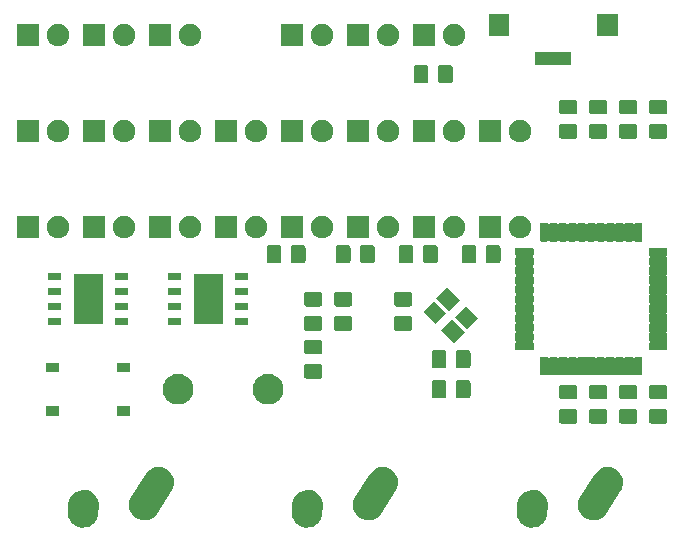
<source format=gbs>
G04 #@! TF.GenerationSoftware,KiCad,Pcbnew,(5.1.4-0-10_14)*
G04 #@! TF.CreationDate,2020-04-02T23:17:02+02:00*
G04 #@! TF.ProjectId,threeboard,74687265-6562-46f6-9172-642e6b696361,rev?*
G04 #@! TF.SameCoordinates,Original*
G04 #@! TF.FileFunction,Soldermask,Bot*
G04 #@! TF.FilePolarity,Negative*
%FSLAX46Y46*%
G04 Gerber Fmt 4.6, Leading zero omitted, Abs format (unit mm)*
G04 Created by KiCad (PCBNEW (5.1.4-0-10_14)) date 2020-04-02 23:17:02*
%MOMM*%
%LPD*%
G04 APERTURE LIST*
%ADD10C,0.100000*%
G04 APERTURE END LIST*
D10*
G36*
X55670830Y-68104063D02*
G01*
X55910442Y-68194963D01*
X56127716Y-68330863D01*
X56314303Y-68506538D01*
X56425660Y-68662800D01*
X56463031Y-68715240D01*
X56568186Y-68948947D01*
X56568187Y-68948951D01*
X56625727Y-69198678D01*
X56631509Y-69390644D01*
X56631508Y-69390652D01*
X56583367Y-70096821D01*
X56551586Y-70286233D01*
X56460686Y-70525845D01*
X56407817Y-70610371D01*
X56324786Y-70743119D01*
X56149111Y-70929706D01*
X55992849Y-71041063D01*
X55940409Y-71078434D01*
X55706702Y-71183589D01*
X55706698Y-71183590D01*
X55456972Y-71241130D01*
X55200817Y-71248844D01*
X55200813Y-71248844D01*
X54948072Y-71206437D01*
X54708460Y-71115537D01*
X54491186Y-70979637D01*
X54438154Y-70929706D01*
X54304599Y-70803962D01*
X54188501Y-70641047D01*
X54155871Y-70595260D01*
X54050716Y-70361553D01*
X54031558Y-70278407D01*
X53993175Y-70111822D01*
X53987393Y-69919858D01*
X54035535Y-69213678D01*
X54040101Y-69186463D01*
X54067316Y-69024267D01*
X54158216Y-68784655D01*
X54294116Y-68567381D01*
X54351401Y-68506538D01*
X54469791Y-68380794D01*
X54626053Y-68269437D01*
X54678493Y-68232066D01*
X54912200Y-68126911D01*
X54912204Y-68126910D01*
X55161930Y-68069370D01*
X55418085Y-68061656D01*
X55418089Y-68061656D01*
X55670830Y-68104063D01*
X55670830Y-68104063D01*
G37*
G36*
X74644629Y-68104063D02*
G01*
X74884241Y-68194963D01*
X75101515Y-68330863D01*
X75288102Y-68506538D01*
X75399459Y-68662800D01*
X75436830Y-68715240D01*
X75541985Y-68948947D01*
X75541986Y-68948951D01*
X75599526Y-69198678D01*
X75605308Y-69390644D01*
X75605307Y-69390652D01*
X75557166Y-70096821D01*
X75525385Y-70286233D01*
X75434485Y-70525845D01*
X75381616Y-70610371D01*
X75298585Y-70743119D01*
X75122910Y-70929706D01*
X74966648Y-71041063D01*
X74914208Y-71078434D01*
X74680501Y-71183589D01*
X74680497Y-71183590D01*
X74430771Y-71241130D01*
X74174616Y-71248844D01*
X74174612Y-71248844D01*
X73921871Y-71206437D01*
X73682259Y-71115537D01*
X73464985Y-70979637D01*
X73411953Y-70929706D01*
X73278398Y-70803962D01*
X73162300Y-70641047D01*
X73129670Y-70595260D01*
X73024515Y-70361553D01*
X73005357Y-70278407D01*
X72966974Y-70111822D01*
X72961192Y-69919858D01*
X73009334Y-69213678D01*
X73013900Y-69186463D01*
X73041115Y-69024267D01*
X73132015Y-68784655D01*
X73267915Y-68567381D01*
X73325200Y-68506538D01*
X73443590Y-68380794D01*
X73599852Y-68269437D01*
X73652292Y-68232066D01*
X73885999Y-68126911D01*
X73886003Y-68126910D01*
X74135729Y-68069370D01*
X74391884Y-68061656D01*
X74391888Y-68061656D01*
X74644629Y-68104063D01*
X74644629Y-68104063D01*
G37*
G36*
X93694629Y-68104063D02*
G01*
X93934241Y-68194963D01*
X94151515Y-68330863D01*
X94338102Y-68506538D01*
X94449459Y-68662800D01*
X94486830Y-68715240D01*
X94591985Y-68948947D01*
X94591986Y-68948951D01*
X94649526Y-69198678D01*
X94655308Y-69390644D01*
X94655307Y-69390652D01*
X94607166Y-70096821D01*
X94575385Y-70286233D01*
X94484485Y-70525845D01*
X94431616Y-70610371D01*
X94348585Y-70743119D01*
X94172910Y-70929706D01*
X94016648Y-71041063D01*
X93964208Y-71078434D01*
X93730501Y-71183589D01*
X93730497Y-71183590D01*
X93480771Y-71241130D01*
X93224616Y-71248844D01*
X93224612Y-71248844D01*
X92971871Y-71206437D01*
X92732259Y-71115537D01*
X92514985Y-70979637D01*
X92461953Y-70929706D01*
X92328398Y-70803962D01*
X92212300Y-70641047D01*
X92179670Y-70595260D01*
X92074515Y-70361553D01*
X92055357Y-70278407D01*
X92016974Y-70111822D01*
X92011192Y-69919858D01*
X92059334Y-69213678D01*
X92063900Y-69186463D01*
X92091115Y-69024267D01*
X92182015Y-68784655D01*
X92317915Y-68567381D01*
X92375200Y-68506538D01*
X92493590Y-68380794D01*
X92649852Y-68269437D01*
X92702292Y-68232066D01*
X92935999Y-68126911D01*
X92936003Y-68126910D01*
X93185729Y-68069370D01*
X93441884Y-68061656D01*
X93441888Y-68061656D01*
X93694629Y-68104063D01*
X93694629Y-68104063D01*
G37*
G36*
X61830745Y-66142486D02*
G01*
X61915922Y-66149003D01*
X61955704Y-66160129D01*
X62162726Y-66218027D01*
X62391321Y-66333875D01*
X62592923Y-66492093D01*
X62759785Y-66686603D01*
X62885494Y-66909928D01*
X62963809Y-67149181D01*
X62965219Y-67153489D01*
X62995895Y-67407916D01*
X62995895Y-67407917D01*
X62976346Y-67663445D01*
X62922406Y-67856310D01*
X62907321Y-67910250D01*
X62820501Y-68081566D01*
X61542905Y-70086988D01*
X61542903Y-70086990D01*
X61424331Y-70238076D01*
X61229824Y-70404936D01*
X61093206Y-70481837D01*
X61006496Y-70530646D01*
X60809099Y-70595260D01*
X60762935Y-70610371D01*
X60508508Y-70641047D01*
X60508507Y-70641047D01*
X60252980Y-70621498D01*
X60006176Y-70552473D01*
X60006175Y-70552473D01*
X60006173Y-70552472D01*
X59777586Y-70436628D01*
X59777584Y-70436627D01*
X59777581Y-70436625D01*
X59575979Y-70278407D01*
X59575975Y-70278404D01*
X59409118Y-70083900D01*
X59283409Y-69860573D01*
X59283408Y-69860572D01*
X59203684Y-69617014D01*
X59203683Y-69617011D01*
X59173007Y-69362584D01*
X59184399Y-69213679D01*
X59192556Y-69107056D01*
X59261581Y-68860252D01*
X59261581Y-68860251D01*
X59348401Y-68688935D01*
X60625996Y-66683512D01*
X60744570Y-66532425D01*
X60939080Y-66365563D01*
X60939081Y-66365562D01*
X61162399Y-66239856D01*
X61162405Y-66239854D01*
X61405962Y-66160130D01*
X61405963Y-66160130D01*
X61405966Y-66160129D01*
X61660392Y-66129453D01*
X61660394Y-66129453D01*
X61830745Y-66142486D01*
X61830745Y-66142486D01*
G37*
G36*
X80804544Y-66142486D02*
G01*
X80889721Y-66149003D01*
X80929503Y-66160129D01*
X81136525Y-66218027D01*
X81365120Y-66333875D01*
X81566722Y-66492093D01*
X81733584Y-66686603D01*
X81859293Y-66909928D01*
X81937608Y-67149181D01*
X81939018Y-67153489D01*
X81969694Y-67407916D01*
X81969694Y-67407917D01*
X81950145Y-67663445D01*
X81896205Y-67856310D01*
X81881120Y-67910250D01*
X81794300Y-68081566D01*
X80516704Y-70086988D01*
X80516702Y-70086990D01*
X80398130Y-70238076D01*
X80203623Y-70404936D01*
X80067005Y-70481837D01*
X79980295Y-70530646D01*
X79782898Y-70595260D01*
X79736734Y-70610371D01*
X79482307Y-70641047D01*
X79482306Y-70641047D01*
X79226779Y-70621498D01*
X78979975Y-70552473D01*
X78979974Y-70552473D01*
X78979972Y-70552472D01*
X78751385Y-70436628D01*
X78751383Y-70436627D01*
X78751380Y-70436625D01*
X78549778Y-70278407D01*
X78549774Y-70278404D01*
X78382917Y-70083900D01*
X78257208Y-69860573D01*
X78257207Y-69860572D01*
X78177483Y-69617014D01*
X78177482Y-69617011D01*
X78146806Y-69362584D01*
X78158198Y-69213679D01*
X78166355Y-69107056D01*
X78235380Y-68860252D01*
X78235380Y-68860251D01*
X78322200Y-68688935D01*
X79599795Y-66683512D01*
X79718369Y-66532425D01*
X79912879Y-66365563D01*
X79912880Y-66365562D01*
X80136198Y-66239856D01*
X80136204Y-66239854D01*
X80379761Y-66160130D01*
X80379762Y-66160130D01*
X80379765Y-66160129D01*
X80634191Y-66129453D01*
X80634193Y-66129453D01*
X80804544Y-66142486D01*
X80804544Y-66142486D01*
G37*
G36*
X99854544Y-66142486D02*
G01*
X99939721Y-66149003D01*
X99979503Y-66160129D01*
X100186525Y-66218027D01*
X100415120Y-66333875D01*
X100616722Y-66492093D01*
X100783584Y-66686603D01*
X100909293Y-66909928D01*
X100987608Y-67149181D01*
X100989018Y-67153489D01*
X101019694Y-67407916D01*
X101019694Y-67407917D01*
X101000145Y-67663445D01*
X100946205Y-67856310D01*
X100931120Y-67910250D01*
X100887710Y-67995907D01*
X100844300Y-68081566D01*
X99566704Y-70086988D01*
X99566702Y-70086990D01*
X99448130Y-70238076D01*
X99253623Y-70404936D01*
X99117005Y-70481837D01*
X99030295Y-70530646D01*
X98832898Y-70595260D01*
X98786734Y-70610371D01*
X98532307Y-70641047D01*
X98532306Y-70641047D01*
X98276779Y-70621498D01*
X98029975Y-70552473D01*
X98029974Y-70552473D01*
X98029972Y-70552472D01*
X97801385Y-70436628D01*
X97801383Y-70436627D01*
X97801380Y-70436625D01*
X97599778Y-70278407D01*
X97599774Y-70278404D01*
X97432917Y-70083900D01*
X97307208Y-69860573D01*
X97307207Y-69860572D01*
X97227483Y-69617014D01*
X97227482Y-69617011D01*
X97196806Y-69362584D01*
X97208198Y-69213679D01*
X97216355Y-69107056D01*
X97285380Y-68860252D01*
X97285380Y-68860251D01*
X97372200Y-68688935D01*
X98649795Y-66683512D01*
X98768369Y-66532425D01*
X98962879Y-66365563D01*
X98962880Y-66365562D01*
X99186198Y-66239856D01*
X99186204Y-66239854D01*
X99429761Y-66160130D01*
X99429762Y-66160130D01*
X99429765Y-66160129D01*
X99684191Y-66129453D01*
X99684193Y-66129453D01*
X99854544Y-66142486D01*
X99854544Y-66142486D01*
G37*
G36*
X104569924Y-61204715D02*
G01*
X104607617Y-61216149D01*
X104642353Y-61234716D01*
X104672798Y-61259702D01*
X104697784Y-61290147D01*
X104716351Y-61324883D01*
X104727785Y-61362576D01*
X104732250Y-61407911D01*
X104732250Y-62244589D01*
X104727785Y-62289924D01*
X104716351Y-62327617D01*
X104697784Y-62362353D01*
X104672798Y-62392798D01*
X104642353Y-62417784D01*
X104607617Y-62436351D01*
X104569924Y-62447785D01*
X104524589Y-62452250D01*
X103437911Y-62452250D01*
X103392576Y-62447785D01*
X103354883Y-62436351D01*
X103320147Y-62417784D01*
X103289702Y-62392798D01*
X103264716Y-62362353D01*
X103246149Y-62327617D01*
X103234715Y-62289924D01*
X103230250Y-62244589D01*
X103230250Y-61407911D01*
X103234715Y-61362576D01*
X103246149Y-61324883D01*
X103264716Y-61290147D01*
X103289702Y-61259702D01*
X103320147Y-61234716D01*
X103354883Y-61216149D01*
X103392576Y-61204715D01*
X103437911Y-61200250D01*
X104524589Y-61200250D01*
X104569924Y-61204715D01*
X104569924Y-61204715D01*
G37*
G36*
X102029924Y-61204715D02*
G01*
X102067617Y-61216149D01*
X102102353Y-61234716D01*
X102132798Y-61259702D01*
X102157784Y-61290147D01*
X102176351Y-61324883D01*
X102187785Y-61362576D01*
X102192250Y-61407911D01*
X102192250Y-62244589D01*
X102187785Y-62289924D01*
X102176351Y-62327617D01*
X102157784Y-62362353D01*
X102132798Y-62392798D01*
X102102353Y-62417784D01*
X102067617Y-62436351D01*
X102029924Y-62447785D01*
X101984589Y-62452250D01*
X100897911Y-62452250D01*
X100852576Y-62447785D01*
X100814883Y-62436351D01*
X100780147Y-62417784D01*
X100749702Y-62392798D01*
X100724716Y-62362353D01*
X100706149Y-62327617D01*
X100694715Y-62289924D01*
X100690250Y-62244589D01*
X100690250Y-61407911D01*
X100694715Y-61362576D01*
X100706149Y-61324883D01*
X100724716Y-61290147D01*
X100749702Y-61259702D01*
X100780147Y-61234716D01*
X100814883Y-61216149D01*
X100852576Y-61204715D01*
X100897911Y-61200250D01*
X101984589Y-61200250D01*
X102029924Y-61204715D01*
X102029924Y-61204715D01*
G37*
G36*
X99489924Y-61204715D02*
G01*
X99527617Y-61216149D01*
X99562353Y-61234716D01*
X99592798Y-61259702D01*
X99617784Y-61290147D01*
X99636351Y-61324883D01*
X99647785Y-61362576D01*
X99652250Y-61407911D01*
X99652250Y-62244589D01*
X99647785Y-62289924D01*
X99636351Y-62327617D01*
X99617784Y-62362353D01*
X99592798Y-62392798D01*
X99562353Y-62417784D01*
X99527617Y-62436351D01*
X99489924Y-62447785D01*
X99444589Y-62452250D01*
X98357911Y-62452250D01*
X98312576Y-62447785D01*
X98274883Y-62436351D01*
X98240147Y-62417784D01*
X98209702Y-62392798D01*
X98184716Y-62362353D01*
X98166149Y-62327617D01*
X98154715Y-62289924D01*
X98150250Y-62244589D01*
X98150250Y-61407911D01*
X98154715Y-61362576D01*
X98166149Y-61324883D01*
X98184716Y-61290147D01*
X98209702Y-61259702D01*
X98240147Y-61234716D01*
X98274883Y-61216149D01*
X98312576Y-61204715D01*
X98357911Y-61200250D01*
X99444589Y-61200250D01*
X99489924Y-61204715D01*
X99489924Y-61204715D01*
G37*
G36*
X96949924Y-61204715D02*
G01*
X96987617Y-61216149D01*
X97022353Y-61234716D01*
X97052798Y-61259702D01*
X97077784Y-61290147D01*
X97096351Y-61324883D01*
X97107785Y-61362576D01*
X97112250Y-61407911D01*
X97112250Y-62244589D01*
X97107785Y-62289924D01*
X97096351Y-62327617D01*
X97077784Y-62362353D01*
X97052798Y-62392798D01*
X97022353Y-62417784D01*
X96987617Y-62436351D01*
X96949924Y-62447785D01*
X96904589Y-62452250D01*
X95817911Y-62452250D01*
X95772576Y-62447785D01*
X95734883Y-62436351D01*
X95700147Y-62417784D01*
X95669702Y-62392798D01*
X95644716Y-62362353D01*
X95626149Y-62327617D01*
X95614715Y-62289924D01*
X95610250Y-62244589D01*
X95610250Y-61407911D01*
X95614715Y-61362576D01*
X95626149Y-61324883D01*
X95644716Y-61290147D01*
X95669702Y-61259702D01*
X95700147Y-61234716D01*
X95734883Y-61216149D01*
X95772576Y-61204715D01*
X95817911Y-61200250D01*
X96904589Y-61200250D01*
X96949924Y-61204715D01*
X96949924Y-61204715D01*
G37*
G36*
X53272250Y-61782250D02*
G01*
X52170250Y-61782250D01*
X52170250Y-60980250D01*
X53272250Y-60980250D01*
X53272250Y-61782250D01*
X53272250Y-61782250D01*
G37*
G36*
X59272250Y-61782250D02*
G01*
X58170250Y-61782250D01*
X58170250Y-60980250D01*
X59272250Y-60980250D01*
X59272250Y-61782250D01*
X59272250Y-61782250D01*
G37*
G36*
X63720737Y-58280246D02*
G01*
X63957503Y-58378318D01*
X63957505Y-58378319D01*
X64170589Y-58520697D01*
X64351803Y-58701911D01*
X64484972Y-58901212D01*
X64494182Y-58914997D01*
X64592254Y-59151763D01*
X64642250Y-59403111D01*
X64642250Y-59659389D01*
X64592254Y-59910737D01*
X64501400Y-60130077D01*
X64494181Y-60147505D01*
X64351803Y-60360589D01*
X64170589Y-60541803D01*
X63957505Y-60684181D01*
X63957504Y-60684182D01*
X63957503Y-60684182D01*
X63720737Y-60782254D01*
X63469389Y-60832250D01*
X63213111Y-60832250D01*
X62961763Y-60782254D01*
X62724997Y-60684182D01*
X62724996Y-60684182D01*
X62724995Y-60684181D01*
X62511911Y-60541803D01*
X62330697Y-60360589D01*
X62188319Y-60147505D01*
X62181100Y-60130077D01*
X62090246Y-59910737D01*
X62040250Y-59659389D01*
X62040250Y-59403111D01*
X62090246Y-59151763D01*
X62188318Y-58914997D01*
X62197529Y-58901212D01*
X62330697Y-58701911D01*
X62511911Y-58520697D01*
X62724995Y-58378319D01*
X62724997Y-58378318D01*
X62961763Y-58280246D01*
X63213111Y-58230250D01*
X63469389Y-58230250D01*
X63720737Y-58280246D01*
X63720737Y-58280246D01*
G37*
G36*
X71340737Y-58280246D02*
G01*
X71577503Y-58378318D01*
X71577505Y-58378319D01*
X71790589Y-58520697D01*
X71971803Y-58701911D01*
X72104972Y-58901212D01*
X72114182Y-58914997D01*
X72212254Y-59151763D01*
X72262250Y-59403111D01*
X72262250Y-59659389D01*
X72212254Y-59910737D01*
X72121400Y-60130077D01*
X72114181Y-60147505D01*
X71971803Y-60360589D01*
X71790589Y-60541803D01*
X71577505Y-60684181D01*
X71577504Y-60684182D01*
X71577503Y-60684182D01*
X71340737Y-60782254D01*
X71089389Y-60832250D01*
X70833111Y-60832250D01*
X70581763Y-60782254D01*
X70344997Y-60684182D01*
X70344996Y-60684182D01*
X70344995Y-60684181D01*
X70131911Y-60541803D01*
X69950697Y-60360589D01*
X69808319Y-60147505D01*
X69801100Y-60130077D01*
X69710246Y-59910737D01*
X69660250Y-59659389D01*
X69660250Y-59403111D01*
X69710246Y-59151763D01*
X69808318Y-58914997D01*
X69817529Y-58901212D01*
X69950697Y-58701911D01*
X70131911Y-58520697D01*
X70344995Y-58378319D01*
X70344997Y-58378318D01*
X70581763Y-58280246D01*
X70833111Y-58230250D01*
X71089389Y-58230250D01*
X71340737Y-58280246D01*
X71340737Y-58280246D01*
G37*
G36*
X96949924Y-59154715D02*
G01*
X96987617Y-59166149D01*
X97022353Y-59184716D01*
X97052798Y-59209702D01*
X97077784Y-59240147D01*
X97096351Y-59274883D01*
X97107785Y-59312576D01*
X97112250Y-59357911D01*
X97112250Y-60194589D01*
X97107785Y-60239924D01*
X97096351Y-60277617D01*
X97077784Y-60312353D01*
X97052798Y-60342798D01*
X97022353Y-60367784D01*
X96987617Y-60386351D01*
X96949924Y-60397785D01*
X96904589Y-60402250D01*
X95817911Y-60402250D01*
X95772576Y-60397785D01*
X95734883Y-60386351D01*
X95700147Y-60367784D01*
X95669702Y-60342798D01*
X95644716Y-60312353D01*
X95626149Y-60277617D01*
X95614715Y-60239924D01*
X95610250Y-60194589D01*
X95610250Y-59357911D01*
X95614715Y-59312576D01*
X95626149Y-59274883D01*
X95644716Y-59240147D01*
X95669702Y-59209702D01*
X95700147Y-59184716D01*
X95734883Y-59166149D01*
X95772576Y-59154715D01*
X95817911Y-59150250D01*
X96904589Y-59150250D01*
X96949924Y-59154715D01*
X96949924Y-59154715D01*
G37*
G36*
X99489924Y-59154715D02*
G01*
X99527617Y-59166149D01*
X99562353Y-59184716D01*
X99592798Y-59209702D01*
X99617784Y-59240147D01*
X99636351Y-59274883D01*
X99647785Y-59312576D01*
X99652250Y-59357911D01*
X99652250Y-60194589D01*
X99647785Y-60239924D01*
X99636351Y-60277617D01*
X99617784Y-60312353D01*
X99592798Y-60342798D01*
X99562353Y-60367784D01*
X99527617Y-60386351D01*
X99489924Y-60397785D01*
X99444589Y-60402250D01*
X98357911Y-60402250D01*
X98312576Y-60397785D01*
X98274883Y-60386351D01*
X98240147Y-60367784D01*
X98209702Y-60342798D01*
X98184716Y-60312353D01*
X98166149Y-60277617D01*
X98154715Y-60239924D01*
X98150250Y-60194589D01*
X98150250Y-59357911D01*
X98154715Y-59312576D01*
X98166149Y-59274883D01*
X98184716Y-59240147D01*
X98209702Y-59209702D01*
X98240147Y-59184716D01*
X98274883Y-59166149D01*
X98312576Y-59154715D01*
X98357911Y-59150250D01*
X99444589Y-59150250D01*
X99489924Y-59154715D01*
X99489924Y-59154715D01*
G37*
G36*
X102029924Y-59154715D02*
G01*
X102067617Y-59166149D01*
X102102353Y-59184716D01*
X102132798Y-59209702D01*
X102157784Y-59240147D01*
X102176351Y-59274883D01*
X102187785Y-59312576D01*
X102192250Y-59357911D01*
X102192250Y-60194589D01*
X102187785Y-60239924D01*
X102176351Y-60277617D01*
X102157784Y-60312353D01*
X102132798Y-60342798D01*
X102102353Y-60367784D01*
X102067617Y-60386351D01*
X102029924Y-60397785D01*
X101984589Y-60402250D01*
X100897911Y-60402250D01*
X100852576Y-60397785D01*
X100814883Y-60386351D01*
X100780147Y-60367784D01*
X100749702Y-60342798D01*
X100724716Y-60312353D01*
X100706149Y-60277617D01*
X100694715Y-60239924D01*
X100690250Y-60194589D01*
X100690250Y-59357911D01*
X100694715Y-59312576D01*
X100706149Y-59274883D01*
X100724716Y-59240147D01*
X100749702Y-59209702D01*
X100780147Y-59184716D01*
X100814883Y-59166149D01*
X100852576Y-59154715D01*
X100897911Y-59150250D01*
X101984589Y-59150250D01*
X102029924Y-59154715D01*
X102029924Y-59154715D01*
G37*
G36*
X104569924Y-59154715D02*
G01*
X104607617Y-59166149D01*
X104642353Y-59184716D01*
X104672798Y-59209702D01*
X104697784Y-59240147D01*
X104716351Y-59274883D01*
X104727785Y-59312576D01*
X104732250Y-59357911D01*
X104732250Y-60194589D01*
X104727785Y-60239924D01*
X104716351Y-60277617D01*
X104697784Y-60312353D01*
X104672798Y-60342798D01*
X104642353Y-60367784D01*
X104607617Y-60386351D01*
X104569924Y-60397785D01*
X104524589Y-60402250D01*
X103437911Y-60402250D01*
X103392576Y-60397785D01*
X103354883Y-60386351D01*
X103320147Y-60367784D01*
X103289702Y-60342798D01*
X103264716Y-60312353D01*
X103246149Y-60277617D01*
X103234715Y-60239924D01*
X103230250Y-60194589D01*
X103230250Y-59357911D01*
X103234715Y-59312576D01*
X103246149Y-59274883D01*
X103264716Y-59240147D01*
X103289702Y-59209702D01*
X103320147Y-59184716D01*
X103354883Y-59166149D01*
X103392576Y-59154715D01*
X103437911Y-59150250D01*
X104524589Y-59150250D01*
X104569924Y-59154715D01*
X104569924Y-59154715D01*
G37*
G36*
X85884924Y-58784715D02*
G01*
X85922617Y-58796149D01*
X85957353Y-58814716D01*
X85987798Y-58839702D01*
X86012784Y-58870147D01*
X86031351Y-58904883D01*
X86042785Y-58942576D01*
X86047250Y-58987911D01*
X86047250Y-60074589D01*
X86042785Y-60119924D01*
X86031351Y-60157617D01*
X86012784Y-60192353D01*
X85987798Y-60222798D01*
X85957353Y-60247784D01*
X85922617Y-60266351D01*
X85884924Y-60277785D01*
X85839589Y-60282250D01*
X85002911Y-60282250D01*
X84957576Y-60277785D01*
X84919883Y-60266351D01*
X84885147Y-60247784D01*
X84854702Y-60222798D01*
X84829716Y-60192353D01*
X84811149Y-60157617D01*
X84799715Y-60119924D01*
X84795250Y-60074589D01*
X84795250Y-58987911D01*
X84799715Y-58942576D01*
X84811149Y-58904883D01*
X84829716Y-58870147D01*
X84854702Y-58839702D01*
X84885147Y-58814716D01*
X84919883Y-58796149D01*
X84957576Y-58784715D01*
X85002911Y-58780250D01*
X85839589Y-58780250D01*
X85884924Y-58784715D01*
X85884924Y-58784715D01*
G37*
G36*
X87934924Y-58784715D02*
G01*
X87972617Y-58796149D01*
X88007353Y-58814716D01*
X88037798Y-58839702D01*
X88062784Y-58870147D01*
X88081351Y-58904883D01*
X88092785Y-58942576D01*
X88097250Y-58987911D01*
X88097250Y-60074589D01*
X88092785Y-60119924D01*
X88081351Y-60157617D01*
X88062784Y-60192353D01*
X88037798Y-60222798D01*
X88007353Y-60247784D01*
X87972617Y-60266351D01*
X87934924Y-60277785D01*
X87889589Y-60282250D01*
X87052911Y-60282250D01*
X87007576Y-60277785D01*
X86969883Y-60266351D01*
X86935147Y-60247784D01*
X86904702Y-60222798D01*
X86879716Y-60192353D01*
X86861149Y-60157617D01*
X86849715Y-60119924D01*
X86845250Y-60074589D01*
X86845250Y-58987911D01*
X86849715Y-58942576D01*
X86861149Y-58904883D01*
X86879716Y-58870147D01*
X86904702Y-58839702D01*
X86935147Y-58814716D01*
X86969883Y-58796149D01*
X87007576Y-58784715D01*
X87052911Y-58780250D01*
X87889589Y-58780250D01*
X87934924Y-58784715D01*
X87934924Y-58784715D01*
G37*
G36*
X75359924Y-57394715D02*
G01*
X75397617Y-57406149D01*
X75432353Y-57424716D01*
X75462798Y-57449702D01*
X75487784Y-57480147D01*
X75506351Y-57514883D01*
X75517785Y-57552576D01*
X75522250Y-57597911D01*
X75522250Y-58434589D01*
X75517785Y-58479924D01*
X75506351Y-58517617D01*
X75487784Y-58552353D01*
X75462798Y-58582798D01*
X75432353Y-58607784D01*
X75397617Y-58626351D01*
X75359924Y-58637785D01*
X75314589Y-58642250D01*
X74227911Y-58642250D01*
X74182576Y-58637785D01*
X74144883Y-58626351D01*
X74110147Y-58607784D01*
X74079702Y-58582798D01*
X74054716Y-58552353D01*
X74036149Y-58517617D01*
X74024715Y-58479924D01*
X74020250Y-58434589D01*
X74020250Y-57597911D01*
X74024715Y-57552576D01*
X74036149Y-57514883D01*
X74054716Y-57480147D01*
X74079702Y-57449702D01*
X74110147Y-57424716D01*
X74144883Y-57406149D01*
X74182576Y-57394715D01*
X74227911Y-57390250D01*
X75314589Y-57390250D01*
X75359924Y-57394715D01*
X75359924Y-57394715D01*
G37*
G36*
X94563737Y-56787774D02*
G01*
X94582480Y-56793460D01*
X94599747Y-56802689D01*
X94614888Y-56815115D01*
X94622125Y-56823933D01*
X94639452Y-56841260D01*
X94659826Y-56854873D01*
X94682465Y-56864251D01*
X94706498Y-56869031D01*
X94731002Y-56869031D01*
X94755035Y-56864251D01*
X94777674Y-56854873D01*
X94798049Y-56841259D01*
X94815375Y-56823933D01*
X94822612Y-56815115D01*
X94837753Y-56802689D01*
X94855020Y-56793460D01*
X94873763Y-56787774D01*
X94899390Y-56785250D01*
X95338110Y-56785250D01*
X95363737Y-56787774D01*
X95382480Y-56793460D01*
X95399747Y-56802689D01*
X95414888Y-56815115D01*
X95422125Y-56823933D01*
X95439452Y-56841260D01*
X95459826Y-56854873D01*
X95482465Y-56864251D01*
X95506498Y-56869031D01*
X95531002Y-56869031D01*
X95555035Y-56864251D01*
X95577674Y-56854873D01*
X95598049Y-56841259D01*
X95615375Y-56823933D01*
X95622612Y-56815115D01*
X95637753Y-56802689D01*
X95655020Y-56793460D01*
X95673763Y-56787774D01*
X95699390Y-56785250D01*
X96138110Y-56785250D01*
X96163737Y-56787774D01*
X96182480Y-56793460D01*
X96199747Y-56802689D01*
X96214888Y-56815115D01*
X96222125Y-56823933D01*
X96239452Y-56841260D01*
X96259826Y-56854873D01*
X96282465Y-56864251D01*
X96306498Y-56869031D01*
X96331002Y-56869031D01*
X96355035Y-56864251D01*
X96377674Y-56854873D01*
X96398049Y-56841259D01*
X96415375Y-56823933D01*
X96422612Y-56815115D01*
X96437753Y-56802689D01*
X96455020Y-56793460D01*
X96473763Y-56787774D01*
X96499390Y-56785250D01*
X96938110Y-56785250D01*
X96963737Y-56787774D01*
X96982480Y-56793460D01*
X96999747Y-56802689D01*
X97014888Y-56815115D01*
X97022125Y-56823933D01*
X97039452Y-56841260D01*
X97059826Y-56854873D01*
X97082465Y-56864251D01*
X97106498Y-56869031D01*
X97131002Y-56869031D01*
X97155035Y-56864251D01*
X97177674Y-56854873D01*
X97198049Y-56841259D01*
X97215375Y-56823933D01*
X97222612Y-56815115D01*
X97237753Y-56802689D01*
X97255020Y-56793460D01*
X97273763Y-56787774D01*
X97299390Y-56785250D01*
X97738110Y-56785250D01*
X97763737Y-56787774D01*
X97782480Y-56793460D01*
X97799747Y-56802689D01*
X97814888Y-56815115D01*
X97822125Y-56823933D01*
X97839452Y-56841260D01*
X97859826Y-56854873D01*
X97882465Y-56864251D01*
X97906498Y-56869031D01*
X97931002Y-56869031D01*
X97955035Y-56864251D01*
X97977674Y-56854873D01*
X97998049Y-56841259D01*
X98015375Y-56823933D01*
X98022612Y-56815115D01*
X98037753Y-56802689D01*
X98055020Y-56793460D01*
X98073763Y-56787774D01*
X98099390Y-56785250D01*
X98538110Y-56785250D01*
X98563737Y-56787774D01*
X98582480Y-56793460D01*
X98599747Y-56802689D01*
X98614888Y-56815115D01*
X98622125Y-56823933D01*
X98639452Y-56841260D01*
X98659826Y-56854873D01*
X98682465Y-56864251D01*
X98706498Y-56869031D01*
X98731002Y-56869031D01*
X98755035Y-56864251D01*
X98777674Y-56854873D01*
X98798049Y-56841259D01*
X98815375Y-56823933D01*
X98822612Y-56815115D01*
X98837753Y-56802689D01*
X98855020Y-56793460D01*
X98873763Y-56787774D01*
X98899390Y-56785250D01*
X99338110Y-56785250D01*
X99363737Y-56787774D01*
X99382480Y-56793460D01*
X99399747Y-56802689D01*
X99414888Y-56815115D01*
X99422125Y-56823933D01*
X99439452Y-56841260D01*
X99459826Y-56854873D01*
X99482465Y-56864251D01*
X99506498Y-56869031D01*
X99531002Y-56869031D01*
X99555035Y-56864251D01*
X99577674Y-56854873D01*
X99598049Y-56841259D01*
X99615375Y-56823933D01*
X99622612Y-56815115D01*
X99637753Y-56802689D01*
X99655020Y-56793460D01*
X99673763Y-56787774D01*
X99699390Y-56785250D01*
X100138110Y-56785250D01*
X100163737Y-56787774D01*
X100182480Y-56793460D01*
X100199747Y-56802689D01*
X100214888Y-56815115D01*
X100222125Y-56823933D01*
X100239452Y-56841260D01*
X100259826Y-56854873D01*
X100282465Y-56864251D01*
X100306498Y-56869031D01*
X100331002Y-56869031D01*
X100355035Y-56864251D01*
X100377674Y-56854873D01*
X100398049Y-56841259D01*
X100415375Y-56823933D01*
X100422612Y-56815115D01*
X100437753Y-56802689D01*
X100455020Y-56793460D01*
X100473763Y-56787774D01*
X100499390Y-56785250D01*
X100938110Y-56785250D01*
X100963737Y-56787774D01*
X100982480Y-56793460D01*
X100999747Y-56802689D01*
X101014888Y-56815115D01*
X101022125Y-56823933D01*
X101039452Y-56841260D01*
X101059826Y-56854873D01*
X101082465Y-56864251D01*
X101106498Y-56869031D01*
X101131002Y-56869031D01*
X101155035Y-56864251D01*
X101177674Y-56854873D01*
X101198049Y-56841259D01*
X101215375Y-56823933D01*
X101222612Y-56815115D01*
X101237753Y-56802689D01*
X101255020Y-56793460D01*
X101273763Y-56787774D01*
X101299390Y-56785250D01*
X101738110Y-56785250D01*
X101763737Y-56787774D01*
X101782480Y-56793460D01*
X101799747Y-56802689D01*
X101814888Y-56815115D01*
X101822125Y-56823933D01*
X101839452Y-56841260D01*
X101859826Y-56854873D01*
X101882465Y-56864251D01*
X101906498Y-56869031D01*
X101931002Y-56869031D01*
X101955035Y-56864251D01*
X101977674Y-56854873D01*
X101998049Y-56841259D01*
X102015375Y-56823933D01*
X102022612Y-56815115D01*
X102037753Y-56802689D01*
X102055020Y-56793460D01*
X102073763Y-56787774D01*
X102099390Y-56785250D01*
X102538110Y-56785250D01*
X102563737Y-56787774D01*
X102582480Y-56793460D01*
X102599747Y-56802689D01*
X102614886Y-56815114D01*
X102627311Y-56830253D01*
X102636540Y-56847520D01*
X102642226Y-56866263D01*
X102644750Y-56891890D01*
X102644750Y-58255610D01*
X102642226Y-58281237D01*
X102636540Y-58299980D01*
X102627311Y-58317247D01*
X102614886Y-58332386D01*
X102599747Y-58344811D01*
X102582480Y-58354040D01*
X102563737Y-58359726D01*
X102538110Y-58362250D01*
X102099390Y-58362250D01*
X102073763Y-58359726D01*
X102055020Y-58354040D01*
X102037753Y-58344811D01*
X102022612Y-58332385D01*
X102015375Y-58323567D01*
X101998048Y-58306240D01*
X101977674Y-58292627D01*
X101955035Y-58283249D01*
X101931002Y-58278469D01*
X101906498Y-58278469D01*
X101882465Y-58283249D01*
X101859826Y-58292627D01*
X101839451Y-58306241D01*
X101822125Y-58323567D01*
X101814888Y-58332385D01*
X101799747Y-58344811D01*
X101782480Y-58354040D01*
X101763737Y-58359726D01*
X101738110Y-58362250D01*
X101299390Y-58362250D01*
X101273763Y-58359726D01*
X101255020Y-58354040D01*
X101237753Y-58344811D01*
X101222612Y-58332385D01*
X101215375Y-58323567D01*
X101198048Y-58306240D01*
X101177674Y-58292627D01*
X101155035Y-58283249D01*
X101131002Y-58278469D01*
X101106498Y-58278469D01*
X101082465Y-58283249D01*
X101059826Y-58292627D01*
X101039451Y-58306241D01*
X101022125Y-58323567D01*
X101014888Y-58332385D01*
X100999747Y-58344811D01*
X100982480Y-58354040D01*
X100963737Y-58359726D01*
X100938110Y-58362250D01*
X100499390Y-58362250D01*
X100473763Y-58359726D01*
X100455020Y-58354040D01*
X100437753Y-58344811D01*
X100422612Y-58332385D01*
X100415375Y-58323567D01*
X100398048Y-58306240D01*
X100377674Y-58292627D01*
X100355035Y-58283249D01*
X100331002Y-58278469D01*
X100306498Y-58278469D01*
X100282465Y-58283249D01*
X100259826Y-58292627D01*
X100239451Y-58306241D01*
X100222125Y-58323567D01*
X100214888Y-58332385D01*
X100199747Y-58344811D01*
X100182480Y-58354040D01*
X100163737Y-58359726D01*
X100138110Y-58362250D01*
X99699390Y-58362250D01*
X99673763Y-58359726D01*
X99655020Y-58354040D01*
X99637753Y-58344811D01*
X99622612Y-58332385D01*
X99615375Y-58323567D01*
X99598048Y-58306240D01*
X99577674Y-58292627D01*
X99555035Y-58283249D01*
X99531002Y-58278469D01*
X99506498Y-58278469D01*
X99482465Y-58283249D01*
X99459826Y-58292627D01*
X99439451Y-58306241D01*
X99422125Y-58323567D01*
X99414888Y-58332385D01*
X99399747Y-58344811D01*
X99382480Y-58354040D01*
X99363737Y-58359726D01*
X99338110Y-58362250D01*
X98899390Y-58362250D01*
X98873763Y-58359726D01*
X98855020Y-58354040D01*
X98837753Y-58344811D01*
X98822612Y-58332385D01*
X98815375Y-58323567D01*
X98798048Y-58306240D01*
X98777674Y-58292627D01*
X98755035Y-58283249D01*
X98731002Y-58278469D01*
X98706498Y-58278469D01*
X98682465Y-58283249D01*
X98659826Y-58292627D01*
X98639451Y-58306241D01*
X98622125Y-58323567D01*
X98614888Y-58332385D01*
X98599747Y-58344811D01*
X98582480Y-58354040D01*
X98563737Y-58359726D01*
X98538110Y-58362250D01*
X98099390Y-58362250D01*
X98073763Y-58359726D01*
X98055020Y-58354040D01*
X98037753Y-58344811D01*
X98022612Y-58332385D01*
X98015375Y-58323567D01*
X97998048Y-58306240D01*
X97977674Y-58292627D01*
X97955035Y-58283249D01*
X97931002Y-58278469D01*
X97906498Y-58278469D01*
X97882465Y-58283249D01*
X97859826Y-58292627D01*
X97839451Y-58306241D01*
X97822125Y-58323567D01*
X97814888Y-58332385D01*
X97799747Y-58344811D01*
X97782480Y-58354040D01*
X97763737Y-58359726D01*
X97738110Y-58362250D01*
X97299390Y-58362250D01*
X97273763Y-58359726D01*
X97255020Y-58354040D01*
X97237753Y-58344811D01*
X97222612Y-58332385D01*
X97215375Y-58323567D01*
X97198048Y-58306240D01*
X97177674Y-58292627D01*
X97155035Y-58283249D01*
X97131002Y-58278469D01*
X97106498Y-58278469D01*
X97082465Y-58283249D01*
X97059826Y-58292627D01*
X97039451Y-58306241D01*
X97022125Y-58323567D01*
X97014888Y-58332385D01*
X96999747Y-58344811D01*
X96982480Y-58354040D01*
X96963737Y-58359726D01*
X96938110Y-58362250D01*
X96499390Y-58362250D01*
X96473763Y-58359726D01*
X96455020Y-58354040D01*
X96437753Y-58344811D01*
X96422612Y-58332385D01*
X96415375Y-58323567D01*
X96398048Y-58306240D01*
X96377674Y-58292627D01*
X96355035Y-58283249D01*
X96331002Y-58278469D01*
X96306498Y-58278469D01*
X96282465Y-58283249D01*
X96259826Y-58292627D01*
X96239451Y-58306241D01*
X96222125Y-58323567D01*
X96214888Y-58332385D01*
X96199747Y-58344811D01*
X96182480Y-58354040D01*
X96163737Y-58359726D01*
X96138110Y-58362250D01*
X95699390Y-58362250D01*
X95673763Y-58359726D01*
X95655020Y-58354040D01*
X95637753Y-58344811D01*
X95622612Y-58332385D01*
X95615375Y-58323567D01*
X95598048Y-58306240D01*
X95577674Y-58292627D01*
X95555035Y-58283249D01*
X95531002Y-58278469D01*
X95506498Y-58278469D01*
X95482465Y-58283249D01*
X95459826Y-58292627D01*
X95439451Y-58306241D01*
X95422125Y-58323567D01*
X95414888Y-58332385D01*
X95399747Y-58344811D01*
X95382480Y-58354040D01*
X95363737Y-58359726D01*
X95338110Y-58362250D01*
X94899390Y-58362250D01*
X94873763Y-58359726D01*
X94855020Y-58354040D01*
X94837753Y-58344811D01*
X94822612Y-58332385D01*
X94815375Y-58323567D01*
X94798048Y-58306240D01*
X94777674Y-58292627D01*
X94755035Y-58283249D01*
X94731002Y-58278469D01*
X94706498Y-58278469D01*
X94682465Y-58283249D01*
X94659826Y-58292627D01*
X94639451Y-58306241D01*
X94622125Y-58323567D01*
X94614888Y-58332385D01*
X94599747Y-58344811D01*
X94582480Y-58354040D01*
X94563737Y-58359726D01*
X94538110Y-58362250D01*
X94099390Y-58362250D01*
X94073763Y-58359726D01*
X94055020Y-58354040D01*
X94037753Y-58344811D01*
X94022614Y-58332386D01*
X94010189Y-58317247D01*
X94000960Y-58299980D01*
X93995274Y-58281237D01*
X93992750Y-58255610D01*
X93992750Y-56891890D01*
X93995274Y-56866263D01*
X94000960Y-56847520D01*
X94010189Y-56830253D01*
X94022614Y-56815114D01*
X94037753Y-56802689D01*
X94055020Y-56793460D01*
X94073763Y-56787774D01*
X94099390Y-56785250D01*
X94538110Y-56785250D01*
X94563737Y-56787774D01*
X94563737Y-56787774D01*
G37*
G36*
X59272250Y-58082250D02*
G01*
X58170250Y-58082250D01*
X58170250Y-57280250D01*
X59272250Y-57280250D01*
X59272250Y-58082250D01*
X59272250Y-58082250D01*
G37*
G36*
X53272250Y-58082250D02*
G01*
X52170250Y-58082250D01*
X52170250Y-57280250D01*
X53272250Y-57280250D01*
X53272250Y-58082250D01*
X53272250Y-58082250D01*
G37*
G36*
X87934924Y-56244715D02*
G01*
X87972617Y-56256149D01*
X88007353Y-56274716D01*
X88037798Y-56299702D01*
X88062784Y-56330147D01*
X88081351Y-56364883D01*
X88092785Y-56402576D01*
X88097250Y-56447911D01*
X88097250Y-57534589D01*
X88092785Y-57579924D01*
X88081351Y-57617617D01*
X88062784Y-57652353D01*
X88037798Y-57682798D01*
X88007353Y-57707784D01*
X87972617Y-57726351D01*
X87934924Y-57737785D01*
X87889589Y-57742250D01*
X87052911Y-57742250D01*
X87007576Y-57737785D01*
X86969883Y-57726351D01*
X86935147Y-57707784D01*
X86904702Y-57682798D01*
X86879716Y-57652353D01*
X86861149Y-57617617D01*
X86849715Y-57579924D01*
X86845250Y-57534589D01*
X86845250Y-56447911D01*
X86849715Y-56402576D01*
X86861149Y-56364883D01*
X86879716Y-56330147D01*
X86904702Y-56299702D01*
X86935147Y-56274716D01*
X86969883Y-56256149D01*
X87007576Y-56244715D01*
X87052911Y-56240250D01*
X87889589Y-56240250D01*
X87934924Y-56244715D01*
X87934924Y-56244715D01*
G37*
G36*
X85884924Y-56244715D02*
G01*
X85922617Y-56256149D01*
X85957353Y-56274716D01*
X85987798Y-56299702D01*
X86012784Y-56330147D01*
X86031351Y-56364883D01*
X86042785Y-56402576D01*
X86047250Y-56447911D01*
X86047250Y-57534589D01*
X86042785Y-57579924D01*
X86031351Y-57617617D01*
X86012784Y-57652353D01*
X85987798Y-57682798D01*
X85957353Y-57707784D01*
X85922617Y-57726351D01*
X85884924Y-57737785D01*
X85839589Y-57742250D01*
X85002911Y-57742250D01*
X84957576Y-57737785D01*
X84919883Y-57726351D01*
X84885147Y-57707784D01*
X84854702Y-57682798D01*
X84829716Y-57652353D01*
X84811149Y-57617617D01*
X84799715Y-57579924D01*
X84795250Y-57534589D01*
X84795250Y-56447911D01*
X84799715Y-56402576D01*
X84811149Y-56364883D01*
X84829716Y-56330147D01*
X84854702Y-56299702D01*
X84885147Y-56274716D01*
X84919883Y-56256149D01*
X84957576Y-56244715D01*
X85002911Y-56240250D01*
X85839589Y-56240250D01*
X85884924Y-56244715D01*
X85884924Y-56244715D01*
G37*
G36*
X75359924Y-55344715D02*
G01*
X75397617Y-55356149D01*
X75432353Y-55374716D01*
X75462798Y-55399702D01*
X75487784Y-55430147D01*
X75506351Y-55464883D01*
X75517785Y-55502576D01*
X75522250Y-55547911D01*
X75522250Y-56384589D01*
X75517785Y-56429924D01*
X75506351Y-56467617D01*
X75487784Y-56502353D01*
X75462798Y-56532798D01*
X75432353Y-56557784D01*
X75397617Y-56576351D01*
X75359924Y-56587785D01*
X75314589Y-56592250D01*
X74227911Y-56592250D01*
X74182576Y-56587785D01*
X74144883Y-56576351D01*
X74110147Y-56557784D01*
X74079702Y-56532798D01*
X74054716Y-56502353D01*
X74036149Y-56467617D01*
X74024715Y-56429924D01*
X74020250Y-56384589D01*
X74020250Y-55547911D01*
X74024715Y-55502576D01*
X74036149Y-55464883D01*
X74054716Y-55430147D01*
X74079702Y-55399702D01*
X74110147Y-55374716D01*
X74144883Y-55356149D01*
X74182576Y-55344715D01*
X74227911Y-55340250D01*
X75314589Y-55340250D01*
X75359924Y-55344715D01*
X75359924Y-55344715D01*
G37*
G36*
X104688737Y-47587774D02*
G01*
X104707480Y-47593460D01*
X104724747Y-47602689D01*
X104739886Y-47615114D01*
X104752311Y-47630253D01*
X104761540Y-47647520D01*
X104767226Y-47666263D01*
X104769750Y-47691890D01*
X104769750Y-48130610D01*
X104767226Y-48156237D01*
X104761540Y-48174980D01*
X104752311Y-48192247D01*
X104739885Y-48207388D01*
X104731067Y-48214625D01*
X104713740Y-48231952D01*
X104700127Y-48252326D01*
X104690749Y-48274965D01*
X104685969Y-48298998D01*
X104685969Y-48323502D01*
X104690749Y-48347535D01*
X104700127Y-48370174D01*
X104713741Y-48390549D01*
X104731067Y-48407875D01*
X104739885Y-48415112D01*
X104752311Y-48430253D01*
X104761540Y-48447520D01*
X104767226Y-48466263D01*
X104769750Y-48491890D01*
X104769750Y-48930610D01*
X104767226Y-48956237D01*
X104761540Y-48974980D01*
X104752311Y-48992247D01*
X104739885Y-49007388D01*
X104731067Y-49014625D01*
X104713740Y-49031952D01*
X104700127Y-49052326D01*
X104690749Y-49074965D01*
X104685969Y-49098998D01*
X104685969Y-49123502D01*
X104690749Y-49147535D01*
X104700127Y-49170174D01*
X104713741Y-49190549D01*
X104731067Y-49207875D01*
X104739885Y-49215112D01*
X104752311Y-49230253D01*
X104761540Y-49247520D01*
X104767226Y-49266263D01*
X104769750Y-49291890D01*
X104769750Y-49730610D01*
X104767226Y-49756237D01*
X104761540Y-49774980D01*
X104752311Y-49792247D01*
X104739885Y-49807388D01*
X104731067Y-49814625D01*
X104713740Y-49831952D01*
X104700127Y-49852326D01*
X104690749Y-49874965D01*
X104685969Y-49898998D01*
X104685969Y-49923502D01*
X104690749Y-49947535D01*
X104700127Y-49970174D01*
X104713741Y-49990549D01*
X104731067Y-50007875D01*
X104739885Y-50015112D01*
X104752311Y-50030253D01*
X104761540Y-50047520D01*
X104767226Y-50066263D01*
X104769750Y-50091890D01*
X104769750Y-50530610D01*
X104767226Y-50556237D01*
X104761540Y-50574980D01*
X104752311Y-50592247D01*
X104739885Y-50607388D01*
X104731067Y-50614625D01*
X104713740Y-50631952D01*
X104700127Y-50652326D01*
X104690749Y-50674965D01*
X104685969Y-50698998D01*
X104685969Y-50723502D01*
X104690749Y-50747535D01*
X104700127Y-50770174D01*
X104713741Y-50790549D01*
X104731067Y-50807875D01*
X104739885Y-50815112D01*
X104752311Y-50830253D01*
X104761540Y-50847520D01*
X104767226Y-50866263D01*
X104769750Y-50891890D01*
X104769750Y-51330610D01*
X104767226Y-51356237D01*
X104761540Y-51374980D01*
X104752311Y-51392247D01*
X104739885Y-51407388D01*
X104731067Y-51414625D01*
X104713740Y-51431952D01*
X104700127Y-51452326D01*
X104690749Y-51474965D01*
X104685969Y-51498998D01*
X104685969Y-51523502D01*
X104690749Y-51547535D01*
X104700127Y-51570174D01*
X104713741Y-51590549D01*
X104731067Y-51607875D01*
X104739885Y-51615112D01*
X104752311Y-51630253D01*
X104761540Y-51647520D01*
X104767226Y-51666263D01*
X104769750Y-51691890D01*
X104769750Y-52130610D01*
X104767226Y-52156237D01*
X104761540Y-52174980D01*
X104752311Y-52192247D01*
X104739885Y-52207388D01*
X104731067Y-52214625D01*
X104713740Y-52231952D01*
X104700127Y-52252326D01*
X104690749Y-52274965D01*
X104685969Y-52298998D01*
X104685969Y-52323502D01*
X104690749Y-52347535D01*
X104700127Y-52370174D01*
X104713741Y-52390549D01*
X104731067Y-52407875D01*
X104739885Y-52415112D01*
X104752311Y-52430253D01*
X104761540Y-52447520D01*
X104767226Y-52466263D01*
X104769750Y-52491890D01*
X104769750Y-52930610D01*
X104767226Y-52956237D01*
X104761540Y-52974980D01*
X104752311Y-52992247D01*
X104739885Y-53007388D01*
X104731067Y-53014625D01*
X104713740Y-53031952D01*
X104700127Y-53052326D01*
X104690749Y-53074965D01*
X104685969Y-53098998D01*
X104685969Y-53123502D01*
X104690749Y-53147535D01*
X104700127Y-53170174D01*
X104713741Y-53190549D01*
X104731067Y-53207875D01*
X104739885Y-53215112D01*
X104752311Y-53230253D01*
X104761540Y-53247520D01*
X104767226Y-53266263D01*
X104769750Y-53291890D01*
X104769750Y-53730610D01*
X104767226Y-53756237D01*
X104761540Y-53774980D01*
X104752311Y-53792247D01*
X104739885Y-53807388D01*
X104731067Y-53814625D01*
X104713740Y-53831952D01*
X104700127Y-53852326D01*
X104690749Y-53874965D01*
X104685969Y-53898998D01*
X104685969Y-53923502D01*
X104690749Y-53947535D01*
X104700127Y-53970174D01*
X104713741Y-53990549D01*
X104731067Y-54007875D01*
X104739885Y-54015112D01*
X104752311Y-54030253D01*
X104761540Y-54047520D01*
X104767226Y-54066263D01*
X104769750Y-54091890D01*
X104769750Y-54530610D01*
X104767226Y-54556237D01*
X104761540Y-54574980D01*
X104752311Y-54592247D01*
X104739885Y-54607388D01*
X104731067Y-54614625D01*
X104713740Y-54631952D01*
X104700127Y-54652326D01*
X104690749Y-54674965D01*
X104685969Y-54698998D01*
X104685969Y-54723502D01*
X104690749Y-54747535D01*
X104700127Y-54770174D01*
X104713741Y-54790549D01*
X104731067Y-54807875D01*
X104739885Y-54815112D01*
X104752311Y-54830253D01*
X104761540Y-54847520D01*
X104767226Y-54866263D01*
X104769750Y-54891890D01*
X104769750Y-55330610D01*
X104767226Y-55356237D01*
X104761540Y-55374980D01*
X104752311Y-55392247D01*
X104739885Y-55407388D01*
X104731067Y-55414625D01*
X104713740Y-55431952D01*
X104700127Y-55452326D01*
X104690749Y-55474965D01*
X104685969Y-55498998D01*
X104685969Y-55523502D01*
X104690749Y-55547535D01*
X104700127Y-55570174D01*
X104713741Y-55590549D01*
X104731067Y-55607875D01*
X104739885Y-55615112D01*
X104752311Y-55630253D01*
X104761540Y-55647520D01*
X104767226Y-55666263D01*
X104769750Y-55691890D01*
X104769750Y-56130610D01*
X104767226Y-56156237D01*
X104761540Y-56174980D01*
X104752311Y-56192247D01*
X104739886Y-56207386D01*
X104724747Y-56219811D01*
X104707480Y-56229040D01*
X104688737Y-56234726D01*
X104663110Y-56237250D01*
X103299390Y-56237250D01*
X103273763Y-56234726D01*
X103255020Y-56229040D01*
X103237753Y-56219811D01*
X103222614Y-56207386D01*
X103210189Y-56192247D01*
X103200960Y-56174980D01*
X103195274Y-56156237D01*
X103192750Y-56130610D01*
X103192750Y-55691890D01*
X103195274Y-55666263D01*
X103200960Y-55647520D01*
X103210189Y-55630253D01*
X103222615Y-55615112D01*
X103231433Y-55607875D01*
X103248760Y-55590548D01*
X103262373Y-55570174D01*
X103271751Y-55547535D01*
X103276531Y-55523502D01*
X103276531Y-55498998D01*
X103271751Y-55474965D01*
X103262373Y-55452326D01*
X103248759Y-55431951D01*
X103231433Y-55414625D01*
X103222615Y-55407388D01*
X103210189Y-55392247D01*
X103200960Y-55374980D01*
X103195274Y-55356237D01*
X103192750Y-55330610D01*
X103192750Y-54891890D01*
X103195274Y-54866263D01*
X103200960Y-54847520D01*
X103210189Y-54830253D01*
X103222615Y-54815112D01*
X103231433Y-54807875D01*
X103248760Y-54790548D01*
X103262373Y-54770174D01*
X103271751Y-54747535D01*
X103276531Y-54723502D01*
X103276531Y-54698998D01*
X103271751Y-54674965D01*
X103262373Y-54652326D01*
X103248759Y-54631951D01*
X103231433Y-54614625D01*
X103222615Y-54607388D01*
X103210189Y-54592247D01*
X103200960Y-54574980D01*
X103195274Y-54556237D01*
X103192750Y-54530610D01*
X103192750Y-54091890D01*
X103195274Y-54066263D01*
X103200960Y-54047520D01*
X103210189Y-54030253D01*
X103222615Y-54015112D01*
X103231433Y-54007875D01*
X103248760Y-53990548D01*
X103262373Y-53970174D01*
X103271751Y-53947535D01*
X103276531Y-53923502D01*
X103276531Y-53898998D01*
X103271751Y-53874965D01*
X103262373Y-53852326D01*
X103248759Y-53831951D01*
X103231433Y-53814625D01*
X103222615Y-53807388D01*
X103210189Y-53792247D01*
X103200960Y-53774980D01*
X103195274Y-53756237D01*
X103192750Y-53730610D01*
X103192750Y-53291890D01*
X103195274Y-53266263D01*
X103200960Y-53247520D01*
X103210189Y-53230253D01*
X103222615Y-53215112D01*
X103231433Y-53207875D01*
X103248760Y-53190548D01*
X103262373Y-53170174D01*
X103271751Y-53147535D01*
X103276531Y-53123502D01*
X103276531Y-53098998D01*
X103271751Y-53074965D01*
X103262373Y-53052326D01*
X103248759Y-53031951D01*
X103231433Y-53014625D01*
X103222615Y-53007388D01*
X103210189Y-52992247D01*
X103200960Y-52974980D01*
X103195274Y-52956237D01*
X103192750Y-52930610D01*
X103192750Y-52491890D01*
X103195274Y-52466263D01*
X103200960Y-52447520D01*
X103210189Y-52430253D01*
X103222615Y-52415112D01*
X103231433Y-52407875D01*
X103248760Y-52390548D01*
X103262373Y-52370174D01*
X103271751Y-52347535D01*
X103276531Y-52323502D01*
X103276531Y-52298998D01*
X103271751Y-52274965D01*
X103262373Y-52252326D01*
X103248759Y-52231951D01*
X103231433Y-52214625D01*
X103222615Y-52207388D01*
X103210189Y-52192247D01*
X103200960Y-52174980D01*
X103195274Y-52156237D01*
X103192750Y-52130610D01*
X103192750Y-51691890D01*
X103195274Y-51666263D01*
X103200960Y-51647520D01*
X103210189Y-51630253D01*
X103222615Y-51615112D01*
X103231433Y-51607875D01*
X103248760Y-51590548D01*
X103262373Y-51570174D01*
X103271751Y-51547535D01*
X103276531Y-51523502D01*
X103276531Y-51498998D01*
X103271751Y-51474965D01*
X103262373Y-51452326D01*
X103248759Y-51431951D01*
X103231433Y-51414625D01*
X103222615Y-51407388D01*
X103210189Y-51392247D01*
X103200960Y-51374980D01*
X103195274Y-51356237D01*
X103192750Y-51330610D01*
X103192750Y-50891890D01*
X103195274Y-50866263D01*
X103200960Y-50847520D01*
X103210189Y-50830253D01*
X103222615Y-50815112D01*
X103231433Y-50807875D01*
X103248760Y-50790548D01*
X103262373Y-50770174D01*
X103271751Y-50747535D01*
X103276531Y-50723502D01*
X103276531Y-50698998D01*
X103271751Y-50674965D01*
X103262373Y-50652326D01*
X103248759Y-50631951D01*
X103231433Y-50614625D01*
X103222615Y-50607388D01*
X103210189Y-50592247D01*
X103200960Y-50574980D01*
X103195274Y-50556237D01*
X103192750Y-50530610D01*
X103192750Y-50091890D01*
X103195274Y-50066263D01*
X103200960Y-50047520D01*
X103210189Y-50030253D01*
X103222615Y-50015112D01*
X103231433Y-50007875D01*
X103248760Y-49990548D01*
X103262373Y-49970174D01*
X103271751Y-49947535D01*
X103276531Y-49923502D01*
X103276531Y-49898998D01*
X103271751Y-49874965D01*
X103262373Y-49852326D01*
X103248759Y-49831951D01*
X103231433Y-49814625D01*
X103222615Y-49807388D01*
X103210189Y-49792247D01*
X103200960Y-49774980D01*
X103195274Y-49756237D01*
X103192750Y-49730610D01*
X103192750Y-49291890D01*
X103195274Y-49266263D01*
X103200960Y-49247520D01*
X103210189Y-49230253D01*
X103222615Y-49215112D01*
X103231433Y-49207875D01*
X103248760Y-49190548D01*
X103262373Y-49170174D01*
X103271751Y-49147535D01*
X103276531Y-49123502D01*
X103276531Y-49098998D01*
X103271751Y-49074965D01*
X103262373Y-49052326D01*
X103248759Y-49031951D01*
X103231433Y-49014625D01*
X103222615Y-49007388D01*
X103210189Y-48992247D01*
X103200960Y-48974980D01*
X103195274Y-48956237D01*
X103192750Y-48930610D01*
X103192750Y-48491890D01*
X103195274Y-48466263D01*
X103200960Y-48447520D01*
X103210189Y-48430253D01*
X103222615Y-48415112D01*
X103231433Y-48407875D01*
X103248760Y-48390548D01*
X103262373Y-48370174D01*
X103271751Y-48347535D01*
X103276531Y-48323502D01*
X103276531Y-48298998D01*
X103271751Y-48274965D01*
X103262373Y-48252326D01*
X103248759Y-48231951D01*
X103231433Y-48214625D01*
X103222615Y-48207388D01*
X103210189Y-48192247D01*
X103200960Y-48174980D01*
X103195274Y-48156237D01*
X103192750Y-48130610D01*
X103192750Y-47691890D01*
X103195274Y-47666263D01*
X103200960Y-47647520D01*
X103210189Y-47630253D01*
X103222614Y-47615114D01*
X103237753Y-47602689D01*
X103255020Y-47593460D01*
X103273763Y-47587774D01*
X103299390Y-47585250D01*
X104663110Y-47585250D01*
X104688737Y-47587774D01*
X104688737Y-47587774D01*
G37*
G36*
X93363737Y-47587774D02*
G01*
X93382480Y-47593460D01*
X93399747Y-47602689D01*
X93414886Y-47615114D01*
X93427311Y-47630253D01*
X93436540Y-47647520D01*
X93442226Y-47666263D01*
X93444750Y-47691890D01*
X93444750Y-48130610D01*
X93442226Y-48156237D01*
X93436540Y-48174980D01*
X93427311Y-48192247D01*
X93414885Y-48207388D01*
X93406067Y-48214625D01*
X93388740Y-48231952D01*
X93375127Y-48252326D01*
X93365749Y-48274965D01*
X93360969Y-48298998D01*
X93360969Y-48323502D01*
X93365749Y-48347535D01*
X93375127Y-48370174D01*
X93388741Y-48390549D01*
X93406067Y-48407875D01*
X93414885Y-48415112D01*
X93427311Y-48430253D01*
X93436540Y-48447520D01*
X93442226Y-48466263D01*
X93444750Y-48491890D01*
X93444750Y-48930610D01*
X93442226Y-48956237D01*
X93436540Y-48974980D01*
X93427311Y-48992247D01*
X93414885Y-49007388D01*
X93406067Y-49014625D01*
X93388740Y-49031952D01*
X93375127Y-49052326D01*
X93365749Y-49074965D01*
X93360969Y-49098998D01*
X93360969Y-49123502D01*
X93365749Y-49147535D01*
X93375127Y-49170174D01*
X93388741Y-49190549D01*
X93406067Y-49207875D01*
X93414885Y-49215112D01*
X93427311Y-49230253D01*
X93436540Y-49247520D01*
X93442226Y-49266263D01*
X93444750Y-49291890D01*
X93444750Y-49730610D01*
X93442226Y-49756237D01*
X93436540Y-49774980D01*
X93427311Y-49792247D01*
X93414885Y-49807388D01*
X93406067Y-49814625D01*
X93388740Y-49831952D01*
X93375127Y-49852326D01*
X93365749Y-49874965D01*
X93360969Y-49898998D01*
X93360969Y-49923502D01*
X93365749Y-49947535D01*
X93375127Y-49970174D01*
X93388741Y-49990549D01*
X93406067Y-50007875D01*
X93414885Y-50015112D01*
X93427311Y-50030253D01*
X93436540Y-50047520D01*
X93442226Y-50066263D01*
X93444750Y-50091890D01*
X93444750Y-50530610D01*
X93442226Y-50556237D01*
X93436540Y-50574980D01*
X93427311Y-50592247D01*
X93414885Y-50607388D01*
X93406067Y-50614625D01*
X93388740Y-50631952D01*
X93375127Y-50652326D01*
X93365749Y-50674965D01*
X93360969Y-50698998D01*
X93360969Y-50723502D01*
X93365749Y-50747535D01*
X93375127Y-50770174D01*
X93388741Y-50790549D01*
X93406067Y-50807875D01*
X93414885Y-50815112D01*
X93427311Y-50830253D01*
X93436540Y-50847520D01*
X93442226Y-50866263D01*
X93444750Y-50891890D01*
X93444750Y-51330610D01*
X93442226Y-51356237D01*
X93436540Y-51374980D01*
X93427311Y-51392247D01*
X93414885Y-51407388D01*
X93406067Y-51414625D01*
X93388740Y-51431952D01*
X93375127Y-51452326D01*
X93365749Y-51474965D01*
X93360969Y-51498998D01*
X93360969Y-51523502D01*
X93365749Y-51547535D01*
X93375127Y-51570174D01*
X93388741Y-51590549D01*
X93406067Y-51607875D01*
X93414885Y-51615112D01*
X93427311Y-51630253D01*
X93436540Y-51647520D01*
X93442226Y-51666263D01*
X93444750Y-51691890D01*
X93444750Y-52130610D01*
X93442226Y-52156237D01*
X93436540Y-52174980D01*
X93427311Y-52192247D01*
X93414885Y-52207388D01*
X93406067Y-52214625D01*
X93388740Y-52231952D01*
X93375127Y-52252326D01*
X93365749Y-52274965D01*
X93360969Y-52298998D01*
X93360969Y-52323502D01*
X93365749Y-52347535D01*
X93375127Y-52370174D01*
X93388741Y-52390549D01*
X93406067Y-52407875D01*
X93414885Y-52415112D01*
X93427311Y-52430253D01*
X93436540Y-52447520D01*
X93442226Y-52466263D01*
X93444750Y-52491890D01*
X93444750Y-52930610D01*
X93442226Y-52956237D01*
X93436540Y-52974980D01*
X93427311Y-52992247D01*
X93414885Y-53007388D01*
X93406067Y-53014625D01*
X93388740Y-53031952D01*
X93375127Y-53052326D01*
X93365749Y-53074965D01*
X93360969Y-53098998D01*
X93360969Y-53123502D01*
X93365749Y-53147535D01*
X93375127Y-53170174D01*
X93388741Y-53190549D01*
X93406067Y-53207875D01*
X93414885Y-53215112D01*
X93427311Y-53230253D01*
X93436540Y-53247520D01*
X93442226Y-53266263D01*
X93444750Y-53291890D01*
X93444750Y-53730610D01*
X93442226Y-53756237D01*
X93436540Y-53774980D01*
X93427311Y-53792247D01*
X93414885Y-53807388D01*
X93406067Y-53814625D01*
X93388740Y-53831952D01*
X93375127Y-53852326D01*
X93365749Y-53874965D01*
X93360969Y-53898998D01*
X93360969Y-53923502D01*
X93365749Y-53947535D01*
X93375127Y-53970174D01*
X93388741Y-53990549D01*
X93406067Y-54007875D01*
X93414885Y-54015112D01*
X93427311Y-54030253D01*
X93436540Y-54047520D01*
X93442226Y-54066263D01*
X93444750Y-54091890D01*
X93444750Y-54530610D01*
X93442226Y-54556237D01*
X93436540Y-54574980D01*
X93427311Y-54592247D01*
X93414885Y-54607388D01*
X93406067Y-54614625D01*
X93388740Y-54631952D01*
X93375127Y-54652326D01*
X93365749Y-54674965D01*
X93360969Y-54698998D01*
X93360969Y-54723502D01*
X93365749Y-54747535D01*
X93375127Y-54770174D01*
X93388741Y-54790549D01*
X93406067Y-54807875D01*
X93414885Y-54815112D01*
X93427311Y-54830253D01*
X93436540Y-54847520D01*
X93442226Y-54866263D01*
X93444750Y-54891890D01*
X93444750Y-55330610D01*
X93442226Y-55356237D01*
X93436540Y-55374980D01*
X93427311Y-55392247D01*
X93414885Y-55407388D01*
X93406067Y-55414625D01*
X93388740Y-55431952D01*
X93375127Y-55452326D01*
X93365749Y-55474965D01*
X93360969Y-55498998D01*
X93360969Y-55523502D01*
X93365749Y-55547535D01*
X93375127Y-55570174D01*
X93388741Y-55590549D01*
X93406067Y-55607875D01*
X93414885Y-55615112D01*
X93427311Y-55630253D01*
X93436540Y-55647520D01*
X93442226Y-55666263D01*
X93444750Y-55691890D01*
X93444750Y-56130610D01*
X93442226Y-56156237D01*
X93436540Y-56174980D01*
X93427311Y-56192247D01*
X93414886Y-56207386D01*
X93399747Y-56219811D01*
X93382480Y-56229040D01*
X93363737Y-56234726D01*
X93338110Y-56237250D01*
X91974390Y-56237250D01*
X91948763Y-56234726D01*
X91930020Y-56229040D01*
X91912753Y-56219811D01*
X91897614Y-56207386D01*
X91885189Y-56192247D01*
X91875960Y-56174980D01*
X91870274Y-56156237D01*
X91867750Y-56130610D01*
X91867750Y-55691890D01*
X91870274Y-55666263D01*
X91875960Y-55647520D01*
X91885189Y-55630253D01*
X91897615Y-55615112D01*
X91906433Y-55607875D01*
X91923760Y-55590548D01*
X91937373Y-55570174D01*
X91946751Y-55547535D01*
X91951531Y-55523502D01*
X91951531Y-55498998D01*
X91946751Y-55474965D01*
X91937373Y-55452326D01*
X91923759Y-55431951D01*
X91906433Y-55414625D01*
X91897615Y-55407388D01*
X91885189Y-55392247D01*
X91875960Y-55374980D01*
X91870274Y-55356237D01*
X91867750Y-55330610D01*
X91867750Y-54891890D01*
X91870274Y-54866263D01*
X91875960Y-54847520D01*
X91885189Y-54830253D01*
X91897615Y-54815112D01*
X91906433Y-54807875D01*
X91923760Y-54790548D01*
X91937373Y-54770174D01*
X91946751Y-54747535D01*
X91951531Y-54723502D01*
X91951531Y-54698998D01*
X91946751Y-54674965D01*
X91937373Y-54652326D01*
X91923759Y-54631951D01*
X91906433Y-54614625D01*
X91897615Y-54607388D01*
X91885189Y-54592247D01*
X91875960Y-54574980D01*
X91870274Y-54556237D01*
X91867750Y-54530610D01*
X91867750Y-54091890D01*
X91870274Y-54066263D01*
X91875960Y-54047520D01*
X91885189Y-54030253D01*
X91897615Y-54015112D01*
X91906433Y-54007875D01*
X91923760Y-53990548D01*
X91937373Y-53970174D01*
X91946751Y-53947535D01*
X91951531Y-53923502D01*
X91951531Y-53898998D01*
X91946751Y-53874965D01*
X91937373Y-53852326D01*
X91923759Y-53831951D01*
X91906433Y-53814625D01*
X91897615Y-53807388D01*
X91885189Y-53792247D01*
X91875960Y-53774980D01*
X91870274Y-53756237D01*
X91867750Y-53730610D01*
X91867750Y-53291890D01*
X91870274Y-53266263D01*
X91875960Y-53247520D01*
X91885189Y-53230253D01*
X91897615Y-53215112D01*
X91906433Y-53207875D01*
X91923760Y-53190548D01*
X91937373Y-53170174D01*
X91946751Y-53147535D01*
X91951531Y-53123502D01*
X91951531Y-53098998D01*
X91946751Y-53074965D01*
X91937373Y-53052326D01*
X91923759Y-53031951D01*
X91906433Y-53014625D01*
X91897615Y-53007388D01*
X91885189Y-52992247D01*
X91875960Y-52974980D01*
X91870274Y-52956237D01*
X91867750Y-52930610D01*
X91867750Y-52491890D01*
X91870274Y-52466263D01*
X91875960Y-52447520D01*
X91885189Y-52430253D01*
X91897615Y-52415112D01*
X91906433Y-52407875D01*
X91923760Y-52390548D01*
X91937373Y-52370174D01*
X91946751Y-52347535D01*
X91951531Y-52323502D01*
X91951531Y-52298998D01*
X91946751Y-52274965D01*
X91937373Y-52252326D01*
X91923759Y-52231951D01*
X91906433Y-52214625D01*
X91897615Y-52207388D01*
X91885189Y-52192247D01*
X91875960Y-52174980D01*
X91870274Y-52156237D01*
X91867750Y-52130610D01*
X91867750Y-51691890D01*
X91870274Y-51666263D01*
X91875960Y-51647520D01*
X91885189Y-51630253D01*
X91897615Y-51615112D01*
X91906433Y-51607875D01*
X91923760Y-51590548D01*
X91937373Y-51570174D01*
X91946751Y-51547535D01*
X91951531Y-51523502D01*
X91951531Y-51498998D01*
X91946751Y-51474965D01*
X91937373Y-51452326D01*
X91923759Y-51431951D01*
X91906433Y-51414625D01*
X91897615Y-51407388D01*
X91885189Y-51392247D01*
X91875960Y-51374980D01*
X91870274Y-51356237D01*
X91867750Y-51330610D01*
X91867750Y-50891890D01*
X91870274Y-50866263D01*
X91875960Y-50847520D01*
X91885189Y-50830253D01*
X91897615Y-50815112D01*
X91906433Y-50807875D01*
X91923760Y-50790548D01*
X91937373Y-50770174D01*
X91946751Y-50747535D01*
X91951531Y-50723502D01*
X91951531Y-50698998D01*
X91946751Y-50674965D01*
X91937373Y-50652326D01*
X91923759Y-50631951D01*
X91906433Y-50614625D01*
X91897615Y-50607388D01*
X91885189Y-50592247D01*
X91875960Y-50574980D01*
X91870274Y-50556237D01*
X91867750Y-50530610D01*
X91867750Y-50091890D01*
X91870274Y-50066263D01*
X91875960Y-50047520D01*
X91885189Y-50030253D01*
X91897615Y-50015112D01*
X91906433Y-50007875D01*
X91923760Y-49990548D01*
X91937373Y-49970174D01*
X91946751Y-49947535D01*
X91951531Y-49923502D01*
X91951531Y-49898998D01*
X91946751Y-49874965D01*
X91937373Y-49852326D01*
X91923759Y-49831951D01*
X91906433Y-49814625D01*
X91897615Y-49807388D01*
X91885189Y-49792247D01*
X91875960Y-49774980D01*
X91870274Y-49756237D01*
X91867750Y-49730610D01*
X91867750Y-49291890D01*
X91870274Y-49266263D01*
X91875960Y-49247520D01*
X91885189Y-49230253D01*
X91897615Y-49215112D01*
X91906433Y-49207875D01*
X91923760Y-49190548D01*
X91937373Y-49170174D01*
X91946751Y-49147535D01*
X91951531Y-49123502D01*
X91951531Y-49098998D01*
X91946751Y-49074965D01*
X91937373Y-49052326D01*
X91923759Y-49031951D01*
X91906433Y-49014625D01*
X91897615Y-49007388D01*
X91885189Y-48992247D01*
X91875960Y-48974980D01*
X91870274Y-48956237D01*
X91867750Y-48930610D01*
X91867750Y-48491890D01*
X91870274Y-48466263D01*
X91875960Y-48447520D01*
X91885189Y-48430253D01*
X91897615Y-48415112D01*
X91906433Y-48407875D01*
X91923760Y-48390548D01*
X91937373Y-48370174D01*
X91946751Y-48347535D01*
X91951531Y-48323502D01*
X91951531Y-48298998D01*
X91946751Y-48274965D01*
X91937373Y-48252326D01*
X91923759Y-48231951D01*
X91906433Y-48214625D01*
X91897615Y-48207388D01*
X91885189Y-48192247D01*
X91875960Y-48174980D01*
X91870274Y-48156237D01*
X91867750Y-48130610D01*
X91867750Y-47691890D01*
X91870274Y-47666263D01*
X91875960Y-47647520D01*
X91885189Y-47630253D01*
X91897614Y-47615114D01*
X91912753Y-47602689D01*
X91930020Y-47593460D01*
X91948763Y-47587774D01*
X91974390Y-47585250D01*
X93338110Y-47585250D01*
X93363737Y-47587774D01*
X93363737Y-47587774D01*
G37*
G36*
X87616878Y-54668967D02*
G01*
X86696225Y-55589620D01*
X85634150Y-54527545D01*
X86554803Y-53606892D01*
X87616878Y-54668967D01*
X87616878Y-54668967D01*
G37*
G36*
X75359924Y-53339715D02*
G01*
X75397617Y-53351149D01*
X75432353Y-53369716D01*
X75462798Y-53394702D01*
X75487784Y-53425147D01*
X75506351Y-53459883D01*
X75517785Y-53497576D01*
X75522250Y-53542911D01*
X75522250Y-54379589D01*
X75517785Y-54424924D01*
X75506351Y-54462617D01*
X75487784Y-54497353D01*
X75462798Y-54527798D01*
X75432353Y-54552784D01*
X75397617Y-54571351D01*
X75359924Y-54582785D01*
X75314589Y-54587250D01*
X74227911Y-54587250D01*
X74182576Y-54582785D01*
X74144883Y-54571351D01*
X74110147Y-54552784D01*
X74079702Y-54527798D01*
X74054716Y-54497353D01*
X74036149Y-54462617D01*
X74024715Y-54424924D01*
X74020250Y-54379589D01*
X74020250Y-53542911D01*
X74024715Y-53497576D01*
X74036149Y-53459883D01*
X74054716Y-53425147D01*
X74079702Y-53394702D01*
X74110147Y-53369716D01*
X74144883Y-53351149D01*
X74182576Y-53339715D01*
X74227911Y-53335250D01*
X75314589Y-53335250D01*
X75359924Y-53339715D01*
X75359924Y-53339715D01*
G37*
G36*
X82979924Y-53339715D02*
G01*
X83017617Y-53351149D01*
X83052353Y-53369716D01*
X83082798Y-53394702D01*
X83107784Y-53425147D01*
X83126351Y-53459883D01*
X83137785Y-53497576D01*
X83142250Y-53542911D01*
X83142250Y-54379589D01*
X83137785Y-54424924D01*
X83126351Y-54462617D01*
X83107784Y-54497353D01*
X83082798Y-54527798D01*
X83052353Y-54552784D01*
X83017617Y-54571351D01*
X82979924Y-54582785D01*
X82934589Y-54587250D01*
X81847911Y-54587250D01*
X81802576Y-54582785D01*
X81764883Y-54571351D01*
X81730147Y-54552784D01*
X81699702Y-54527798D01*
X81674716Y-54497353D01*
X81656149Y-54462617D01*
X81644715Y-54424924D01*
X81640250Y-54379589D01*
X81640250Y-53542911D01*
X81644715Y-53497576D01*
X81656149Y-53459883D01*
X81674716Y-53425147D01*
X81699702Y-53394702D01*
X81730147Y-53369716D01*
X81764883Y-53351149D01*
X81802576Y-53339715D01*
X81847911Y-53335250D01*
X82934589Y-53335250D01*
X82979924Y-53339715D01*
X82979924Y-53339715D01*
G37*
G36*
X77899924Y-53339715D02*
G01*
X77937617Y-53351149D01*
X77972353Y-53369716D01*
X78002798Y-53394702D01*
X78027784Y-53425147D01*
X78046351Y-53459883D01*
X78057785Y-53497576D01*
X78062250Y-53542911D01*
X78062250Y-54379589D01*
X78057785Y-54424924D01*
X78046351Y-54462617D01*
X78027784Y-54497353D01*
X78002798Y-54527798D01*
X77972353Y-54552784D01*
X77937617Y-54571351D01*
X77899924Y-54582785D01*
X77854589Y-54587250D01*
X76767911Y-54587250D01*
X76722576Y-54582785D01*
X76684883Y-54571351D01*
X76650147Y-54552784D01*
X76619702Y-54527798D01*
X76594716Y-54497353D01*
X76576149Y-54462617D01*
X76564715Y-54424924D01*
X76560250Y-54379589D01*
X76560250Y-53542911D01*
X76564715Y-53497576D01*
X76576149Y-53459883D01*
X76594716Y-53425147D01*
X76619702Y-53394702D01*
X76650147Y-53369716D01*
X76684883Y-53351149D01*
X76722576Y-53339715D01*
X76767911Y-53335250D01*
X77854589Y-53335250D01*
X77899924Y-53339715D01*
X77899924Y-53339715D01*
G37*
G36*
X88748249Y-53537596D02*
G01*
X87827596Y-54458249D01*
X86765521Y-53396174D01*
X87686174Y-52475521D01*
X88748249Y-53537596D01*
X88748249Y-53537596D01*
G37*
G36*
X53410050Y-54108550D02*
G01*
X52342850Y-54108550D01*
X52342850Y-53523950D01*
X53410050Y-53523950D01*
X53410050Y-54108550D01*
X53410050Y-54108550D01*
G37*
G36*
X69259650Y-54108550D02*
G01*
X68192450Y-54108550D01*
X68192450Y-53523950D01*
X69259650Y-53523950D01*
X69259650Y-54108550D01*
X69259650Y-54108550D01*
G37*
G36*
X63570050Y-54108550D02*
G01*
X62502850Y-54108550D01*
X62502850Y-53523950D01*
X63570050Y-53523950D01*
X63570050Y-54108550D01*
X63570050Y-54108550D01*
G37*
G36*
X59099650Y-54108550D02*
G01*
X58032450Y-54108550D01*
X58032450Y-53523950D01*
X59099650Y-53523950D01*
X59099650Y-54108550D01*
X59099650Y-54108550D01*
G37*
G36*
X86061243Y-53113332D02*
G01*
X85140590Y-54033985D01*
X84078515Y-52971910D01*
X84999168Y-52051257D01*
X86061243Y-53113332D01*
X86061243Y-53113332D01*
G37*
G36*
X67113350Y-54032350D02*
G01*
X64649150Y-54032350D01*
X64649150Y-49790150D01*
X67113350Y-49790150D01*
X67113350Y-54032350D01*
X67113350Y-54032350D01*
G37*
G36*
X56953350Y-54032350D02*
G01*
X54489150Y-54032350D01*
X54489150Y-49790150D01*
X56953350Y-49790150D01*
X56953350Y-54032350D01*
X56953350Y-54032350D01*
G37*
G36*
X87192614Y-51981961D02*
G01*
X86271961Y-52902614D01*
X85209886Y-51840539D01*
X86130539Y-50919886D01*
X87192614Y-51981961D01*
X87192614Y-51981961D01*
G37*
G36*
X69259650Y-52838550D02*
G01*
X68192450Y-52838550D01*
X68192450Y-52253950D01*
X69259650Y-52253950D01*
X69259650Y-52838550D01*
X69259650Y-52838550D01*
G37*
G36*
X59099650Y-52838550D02*
G01*
X58032450Y-52838550D01*
X58032450Y-52253950D01*
X59099650Y-52253950D01*
X59099650Y-52838550D01*
X59099650Y-52838550D01*
G37*
G36*
X53410050Y-52838550D02*
G01*
X52342850Y-52838550D01*
X52342850Y-52253950D01*
X53410050Y-52253950D01*
X53410050Y-52838550D01*
X53410050Y-52838550D01*
G37*
G36*
X63570050Y-52838550D02*
G01*
X62502850Y-52838550D01*
X62502850Y-52253950D01*
X63570050Y-52253950D01*
X63570050Y-52838550D01*
X63570050Y-52838550D01*
G37*
G36*
X77899924Y-51289715D02*
G01*
X77937617Y-51301149D01*
X77972353Y-51319716D01*
X78002798Y-51344702D01*
X78027784Y-51375147D01*
X78046351Y-51409883D01*
X78057785Y-51447576D01*
X78062250Y-51492911D01*
X78062250Y-52329589D01*
X78057785Y-52374924D01*
X78046351Y-52412617D01*
X78027784Y-52447353D01*
X78002798Y-52477798D01*
X77972353Y-52502784D01*
X77937617Y-52521351D01*
X77899924Y-52532785D01*
X77854589Y-52537250D01*
X76767911Y-52537250D01*
X76722576Y-52532785D01*
X76684883Y-52521351D01*
X76650147Y-52502784D01*
X76619702Y-52477798D01*
X76594716Y-52447353D01*
X76576149Y-52412617D01*
X76564715Y-52374924D01*
X76560250Y-52329589D01*
X76560250Y-51492911D01*
X76564715Y-51447576D01*
X76576149Y-51409883D01*
X76594716Y-51375147D01*
X76619702Y-51344702D01*
X76650147Y-51319716D01*
X76684883Y-51301149D01*
X76722576Y-51289715D01*
X76767911Y-51285250D01*
X77854589Y-51285250D01*
X77899924Y-51289715D01*
X77899924Y-51289715D01*
G37*
G36*
X75359924Y-51289715D02*
G01*
X75397617Y-51301149D01*
X75432353Y-51319716D01*
X75462798Y-51344702D01*
X75487784Y-51375147D01*
X75506351Y-51409883D01*
X75517785Y-51447576D01*
X75522250Y-51492911D01*
X75522250Y-52329589D01*
X75517785Y-52374924D01*
X75506351Y-52412617D01*
X75487784Y-52447353D01*
X75462798Y-52477798D01*
X75432353Y-52502784D01*
X75397617Y-52521351D01*
X75359924Y-52532785D01*
X75314589Y-52537250D01*
X74227911Y-52537250D01*
X74182576Y-52532785D01*
X74144883Y-52521351D01*
X74110147Y-52502784D01*
X74079702Y-52477798D01*
X74054716Y-52447353D01*
X74036149Y-52412617D01*
X74024715Y-52374924D01*
X74020250Y-52329589D01*
X74020250Y-51492911D01*
X74024715Y-51447576D01*
X74036149Y-51409883D01*
X74054716Y-51375147D01*
X74079702Y-51344702D01*
X74110147Y-51319716D01*
X74144883Y-51301149D01*
X74182576Y-51289715D01*
X74227911Y-51285250D01*
X75314589Y-51285250D01*
X75359924Y-51289715D01*
X75359924Y-51289715D01*
G37*
G36*
X82979924Y-51289715D02*
G01*
X83017617Y-51301149D01*
X83052353Y-51319716D01*
X83082798Y-51344702D01*
X83107784Y-51375147D01*
X83126351Y-51409883D01*
X83137785Y-51447576D01*
X83142250Y-51492911D01*
X83142250Y-52329589D01*
X83137785Y-52374924D01*
X83126351Y-52412617D01*
X83107784Y-52447353D01*
X83082798Y-52477798D01*
X83052353Y-52502784D01*
X83017617Y-52521351D01*
X82979924Y-52532785D01*
X82934589Y-52537250D01*
X81847911Y-52537250D01*
X81802576Y-52532785D01*
X81764883Y-52521351D01*
X81730147Y-52502784D01*
X81699702Y-52477798D01*
X81674716Y-52447353D01*
X81656149Y-52412617D01*
X81644715Y-52374924D01*
X81640250Y-52329589D01*
X81640250Y-51492911D01*
X81644715Y-51447576D01*
X81656149Y-51409883D01*
X81674716Y-51375147D01*
X81699702Y-51344702D01*
X81730147Y-51319716D01*
X81764883Y-51301149D01*
X81802576Y-51289715D01*
X81847911Y-51285250D01*
X82934589Y-51285250D01*
X82979924Y-51289715D01*
X82979924Y-51289715D01*
G37*
G36*
X53410050Y-51568550D02*
G01*
X52342850Y-51568550D01*
X52342850Y-50983950D01*
X53410050Y-50983950D01*
X53410050Y-51568550D01*
X53410050Y-51568550D01*
G37*
G36*
X63570050Y-51568550D02*
G01*
X62502850Y-51568550D01*
X62502850Y-50983950D01*
X63570050Y-50983950D01*
X63570050Y-51568550D01*
X63570050Y-51568550D01*
G37*
G36*
X69259650Y-51568550D02*
G01*
X68192450Y-51568550D01*
X68192450Y-50983950D01*
X69259650Y-50983950D01*
X69259650Y-51568550D01*
X69259650Y-51568550D01*
G37*
G36*
X59099650Y-51568550D02*
G01*
X58032450Y-51568550D01*
X58032450Y-50983950D01*
X59099650Y-50983950D01*
X59099650Y-51568550D01*
X59099650Y-51568550D01*
G37*
G36*
X59099650Y-50298550D02*
G01*
X58032450Y-50298550D01*
X58032450Y-49713950D01*
X59099650Y-49713950D01*
X59099650Y-50298550D01*
X59099650Y-50298550D01*
G37*
G36*
X53410050Y-50298550D02*
G01*
X52342850Y-50298550D01*
X52342850Y-49713950D01*
X53410050Y-49713950D01*
X53410050Y-50298550D01*
X53410050Y-50298550D01*
G37*
G36*
X63570050Y-50298550D02*
G01*
X62502850Y-50298550D01*
X62502850Y-49713950D01*
X63570050Y-49713950D01*
X63570050Y-50298550D01*
X63570050Y-50298550D01*
G37*
G36*
X69259650Y-50298550D02*
G01*
X68192450Y-50298550D01*
X68192450Y-49713950D01*
X69259650Y-49713950D01*
X69259650Y-50298550D01*
X69259650Y-50298550D01*
G37*
G36*
X77774924Y-47354715D02*
G01*
X77812617Y-47366149D01*
X77847353Y-47384716D01*
X77877798Y-47409702D01*
X77902784Y-47440147D01*
X77921351Y-47474883D01*
X77932785Y-47512576D01*
X77937250Y-47557911D01*
X77937250Y-48644589D01*
X77932785Y-48689924D01*
X77921351Y-48727617D01*
X77902784Y-48762353D01*
X77877798Y-48792798D01*
X77847353Y-48817784D01*
X77812617Y-48836351D01*
X77774924Y-48847785D01*
X77729589Y-48852250D01*
X76892911Y-48852250D01*
X76847576Y-48847785D01*
X76809883Y-48836351D01*
X76775147Y-48817784D01*
X76744702Y-48792798D01*
X76719716Y-48762353D01*
X76701149Y-48727617D01*
X76689715Y-48689924D01*
X76685250Y-48644589D01*
X76685250Y-47557911D01*
X76689715Y-47512576D01*
X76701149Y-47474883D01*
X76719716Y-47440147D01*
X76744702Y-47409702D01*
X76775147Y-47384716D01*
X76809883Y-47366149D01*
X76847576Y-47354715D01*
X76892911Y-47350250D01*
X77729589Y-47350250D01*
X77774924Y-47354715D01*
X77774924Y-47354715D01*
G37*
G36*
X71914924Y-47354715D02*
G01*
X71952617Y-47366149D01*
X71987353Y-47384716D01*
X72017798Y-47409702D01*
X72042784Y-47440147D01*
X72061351Y-47474883D01*
X72072785Y-47512576D01*
X72077250Y-47557911D01*
X72077250Y-48644589D01*
X72072785Y-48689924D01*
X72061351Y-48727617D01*
X72042784Y-48762353D01*
X72017798Y-48792798D01*
X71987353Y-48817784D01*
X71952617Y-48836351D01*
X71914924Y-48847785D01*
X71869589Y-48852250D01*
X71032911Y-48852250D01*
X70987576Y-48847785D01*
X70949883Y-48836351D01*
X70915147Y-48817784D01*
X70884702Y-48792798D01*
X70859716Y-48762353D01*
X70841149Y-48727617D01*
X70829715Y-48689924D01*
X70825250Y-48644589D01*
X70825250Y-47557911D01*
X70829715Y-47512576D01*
X70841149Y-47474883D01*
X70859716Y-47440147D01*
X70884702Y-47409702D01*
X70915147Y-47384716D01*
X70949883Y-47366149D01*
X70987576Y-47354715D01*
X71032911Y-47350250D01*
X71869589Y-47350250D01*
X71914924Y-47354715D01*
X71914924Y-47354715D01*
G37*
G36*
X73964924Y-47354715D02*
G01*
X74002617Y-47366149D01*
X74037353Y-47384716D01*
X74067798Y-47409702D01*
X74092784Y-47440147D01*
X74111351Y-47474883D01*
X74122785Y-47512576D01*
X74127250Y-47557911D01*
X74127250Y-48644589D01*
X74122785Y-48689924D01*
X74111351Y-48727617D01*
X74092784Y-48762353D01*
X74067798Y-48792798D01*
X74037353Y-48817784D01*
X74002617Y-48836351D01*
X73964924Y-48847785D01*
X73919589Y-48852250D01*
X73082911Y-48852250D01*
X73037576Y-48847785D01*
X72999883Y-48836351D01*
X72965147Y-48817784D01*
X72934702Y-48792798D01*
X72909716Y-48762353D01*
X72891149Y-48727617D01*
X72879715Y-48689924D01*
X72875250Y-48644589D01*
X72875250Y-47557911D01*
X72879715Y-47512576D01*
X72891149Y-47474883D01*
X72909716Y-47440147D01*
X72934702Y-47409702D01*
X72965147Y-47384716D01*
X72999883Y-47366149D01*
X73037576Y-47354715D01*
X73082911Y-47350250D01*
X73919589Y-47350250D01*
X73964924Y-47354715D01*
X73964924Y-47354715D01*
G37*
G36*
X79824924Y-47354715D02*
G01*
X79862617Y-47366149D01*
X79897353Y-47384716D01*
X79927798Y-47409702D01*
X79952784Y-47440147D01*
X79971351Y-47474883D01*
X79982785Y-47512576D01*
X79987250Y-47557911D01*
X79987250Y-48644589D01*
X79982785Y-48689924D01*
X79971351Y-48727617D01*
X79952784Y-48762353D01*
X79927798Y-48792798D01*
X79897353Y-48817784D01*
X79862617Y-48836351D01*
X79824924Y-48847785D01*
X79779589Y-48852250D01*
X78942911Y-48852250D01*
X78897576Y-48847785D01*
X78859883Y-48836351D01*
X78825147Y-48817784D01*
X78794702Y-48792798D01*
X78769716Y-48762353D01*
X78751149Y-48727617D01*
X78739715Y-48689924D01*
X78735250Y-48644589D01*
X78735250Y-47557911D01*
X78739715Y-47512576D01*
X78751149Y-47474883D01*
X78769716Y-47440147D01*
X78794702Y-47409702D01*
X78825147Y-47384716D01*
X78859883Y-47366149D01*
X78897576Y-47354715D01*
X78942911Y-47350250D01*
X79779589Y-47350250D01*
X79824924Y-47354715D01*
X79824924Y-47354715D01*
G37*
G36*
X83099924Y-47354715D02*
G01*
X83137617Y-47366149D01*
X83172353Y-47384716D01*
X83202798Y-47409702D01*
X83227784Y-47440147D01*
X83246351Y-47474883D01*
X83257785Y-47512576D01*
X83262250Y-47557911D01*
X83262250Y-48644589D01*
X83257785Y-48689924D01*
X83246351Y-48727617D01*
X83227784Y-48762353D01*
X83202798Y-48792798D01*
X83172353Y-48817784D01*
X83137617Y-48836351D01*
X83099924Y-48847785D01*
X83054589Y-48852250D01*
X82217911Y-48852250D01*
X82172576Y-48847785D01*
X82134883Y-48836351D01*
X82100147Y-48817784D01*
X82069702Y-48792798D01*
X82044716Y-48762353D01*
X82026149Y-48727617D01*
X82014715Y-48689924D01*
X82010250Y-48644589D01*
X82010250Y-47557911D01*
X82014715Y-47512576D01*
X82026149Y-47474883D01*
X82044716Y-47440147D01*
X82069702Y-47409702D01*
X82100147Y-47384716D01*
X82134883Y-47366149D01*
X82172576Y-47354715D01*
X82217911Y-47350250D01*
X83054589Y-47350250D01*
X83099924Y-47354715D01*
X83099924Y-47354715D01*
G37*
G36*
X88424924Y-47354715D02*
G01*
X88462617Y-47366149D01*
X88497353Y-47384716D01*
X88527798Y-47409702D01*
X88552784Y-47440147D01*
X88571351Y-47474883D01*
X88582785Y-47512576D01*
X88587250Y-47557911D01*
X88587250Y-48644589D01*
X88582785Y-48689924D01*
X88571351Y-48727617D01*
X88552784Y-48762353D01*
X88527798Y-48792798D01*
X88497353Y-48817784D01*
X88462617Y-48836351D01*
X88424924Y-48847785D01*
X88379589Y-48852250D01*
X87542911Y-48852250D01*
X87497576Y-48847785D01*
X87459883Y-48836351D01*
X87425147Y-48817784D01*
X87394702Y-48792798D01*
X87369716Y-48762353D01*
X87351149Y-48727617D01*
X87339715Y-48689924D01*
X87335250Y-48644589D01*
X87335250Y-47557911D01*
X87339715Y-47512576D01*
X87351149Y-47474883D01*
X87369716Y-47440147D01*
X87394702Y-47409702D01*
X87425147Y-47384716D01*
X87459883Y-47366149D01*
X87497576Y-47354715D01*
X87542911Y-47350250D01*
X88379589Y-47350250D01*
X88424924Y-47354715D01*
X88424924Y-47354715D01*
G37*
G36*
X90474924Y-47354715D02*
G01*
X90512617Y-47366149D01*
X90547353Y-47384716D01*
X90577798Y-47409702D01*
X90602784Y-47440147D01*
X90621351Y-47474883D01*
X90632785Y-47512576D01*
X90637250Y-47557911D01*
X90637250Y-48644589D01*
X90632785Y-48689924D01*
X90621351Y-48727617D01*
X90602784Y-48762353D01*
X90577798Y-48792798D01*
X90547353Y-48817784D01*
X90512617Y-48836351D01*
X90474924Y-48847785D01*
X90429589Y-48852250D01*
X89592911Y-48852250D01*
X89547576Y-48847785D01*
X89509883Y-48836351D01*
X89475147Y-48817784D01*
X89444702Y-48792798D01*
X89419716Y-48762353D01*
X89401149Y-48727617D01*
X89389715Y-48689924D01*
X89385250Y-48644589D01*
X89385250Y-47557911D01*
X89389715Y-47512576D01*
X89401149Y-47474883D01*
X89419716Y-47440147D01*
X89444702Y-47409702D01*
X89475147Y-47384716D01*
X89509883Y-47366149D01*
X89547576Y-47354715D01*
X89592911Y-47350250D01*
X90429589Y-47350250D01*
X90474924Y-47354715D01*
X90474924Y-47354715D01*
G37*
G36*
X85149924Y-47354715D02*
G01*
X85187617Y-47366149D01*
X85222353Y-47384716D01*
X85252798Y-47409702D01*
X85277784Y-47440147D01*
X85296351Y-47474883D01*
X85307785Y-47512576D01*
X85312250Y-47557911D01*
X85312250Y-48644589D01*
X85307785Y-48689924D01*
X85296351Y-48727617D01*
X85277784Y-48762353D01*
X85252798Y-48792798D01*
X85222353Y-48817784D01*
X85187617Y-48836351D01*
X85149924Y-48847785D01*
X85104589Y-48852250D01*
X84267911Y-48852250D01*
X84222576Y-48847785D01*
X84184883Y-48836351D01*
X84150147Y-48817784D01*
X84119702Y-48792798D01*
X84094716Y-48762353D01*
X84076149Y-48727617D01*
X84064715Y-48689924D01*
X84060250Y-48644589D01*
X84060250Y-47557911D01*
X84064715Y-47512576D01*
X84076149Y-47474883D01*
X84094716Y-47440147D01*
X84119702Y-47409702D01*
X84150147Y-47384716D01*
X84184883Y-47366149D01*
X84222576Y-47354715D01*
X84267911Y-47350250D01*
X85104589Y-47350250D01*
X85149924Y-47354715D01*
X85149924Y-47354715D01*
G37*
G36*
X94563737Y-45462774D02*
G01*
X94582480Y-45468460D01*
X94599747Y-45477689D01*
X94614888Y-45490115D01*
X94622125Y-45498933D01*
X94639452Y-45516260D01*
X94659826Y-45529873D01*
X94682465Y-45539251D01*
X94706498Y-45544031D01*
X94731002Y-45544031D01*
X94755035Y-45539251D01*
X94777674Y-45529873D01*
X94798049Y-45516259D01*
X94815375Y-45498933D01*
X94822612Y-45490115D01*
X94837753Y-45477689D01*
X94855020Y-45468460D01*
X94873763Y-45462774D01*
X94899390Y-45460250D01*
X95338110Y-45460250D01*
X95363737Y-45462774D01*
X95382480Y-45468460D01*
X95399747Y-45477689D01*
X95414888Y-45490115D01*
X95422125Y-45498933D01*
X95439452Y-45516260D01*
X95459826Y-45529873D01*
X95482465Y-45539251D01*
X95506498Y-45544031D01*
X95531002Y-45544031D01*
X95555035Y-45539251D01*
X95577674Y-45529873D01*
X95598049Y-45516259D01*
X95615375Y-45498933D01*
X95622612Y-45490115D01*
X95637753Y-45477689D01*
X95655020Y-45468460D01*
X95673763Y-45462774D01*
X95699390Y-45460250D01*
X96138110Y-45460250D01*
X96163737Y-45462774D01*
X96182480Y-45468460D01*
X96199747Y-45477689D01*
X96214888Y-45490115D01*
X96222125Y-45498933D01*
X96239452Y-45516260D01*
X96259826Y-45529873D01*
X96282465Y-45539251D01*
X96306498Y-45544031D01*
X96331002Y-45544031D01*
X96355035Y-45539251D01*
X96377674Y-45529873D01*
X96398049Y-45516259D01*
X96415375Y-45498933D01*
X96422612Y-45490115D01*
X96437753Y-45477689D01*
X96455020Y-45468460D01*
X96473763Y-45462774D01*
X96499390Y-45460250D01*
X96938110Y-45460250D01*
X96963737Y-45462774D01*
X96982480Y-45468460D01*
X96999747Y-45477689D01*
X97014888Y-45490115D01*
X97022125Y-45498933D01*
X97039452Y-45516260D01*
X97059826Y-45529873D01*
X97082465Y-45539251D01*
X97106498Y-45544031D01*
X97131002Y-45544031D01*
X97155035Y-45539251D01*
X97177674Y-45529873D01*
X97198049Y-45516259D01*
X97215375Y-45498933D01*
X97222612Y-45490115D01*
X97237753Y-45477689D01*
X97255020Y-45468460D01*
X97273763Y-45462774D01*
X97299390Y-45460250D01*
X97738110Y-45460250D01*
X97763737Y-45462774D01*
X97782480Y-45468460D01*
X97799747Y-45477689D01*
X97814888Y-45490115D01*
X97822125Y-45498933D01*
X97839452Y-45516260D01*
X97859826Y-45529873D01*
X97882465Y-45539251D01*
X97906498Y-45544031D01*
X97931002Y-45544031D01*
X97955035Y-45539251D01*
X97977674Y-45529873D01*
X97998049Y-45516259D01*
X98015375Y-45498933D01*
X98022612Y-45490115D01*
X98037753Y-45477689D01*
X98055020Y-45468460D01*
X98073763Y-45462774D01*
X98099390Y-45460250D01*
X98538110Y-45460250D01*
X98563737Y-45462774D01*
X98582480Y-45468460D01*
X98599747Y-45477689D01*
X98614888Y-45490115D01*
X98622125Y-45498933D01*
X98639452Y-45516260D01*
X98659826Y-45529873D01*
X98682465Y-45539251D01*
X98706498Y-45544031D01*
X98731002Y-45544031D01*
X98755035Y-45539251D01*
X98777674Y-45529873D01*
X98798049Y-45516259D01*
X98815375Y-45498933D01*
X98822612Y-45490115D01*
X98837753Y-45477689D01*
X98855020Y-45468460D01*
X98873763Y-45462774D01*
X98899390Y-45460250D01*
X99338110Y-45460250D01*
X99363737Y-45462774D01*
X99382480Y-45468460D01*
X99399747Y-45477689D01*
X99414888Y-45490115D01*
X99422125Y-45498933D01*
X99439452Y-45516260D01*
X99459826Y-45529873D01*
X99482465Y-45539251D01*
X99506498Y-45544031D01*
X99531002Y-45544031D01*
X99555035Y-45539251D01*
X99577674Y-45529873D01*
X99598049Y-45516259D01*
X99615375Y-45498933D01*
X99622612Y-45490115D01*
X99637753Y-45477689D01*
X99655020Y-45468460D01*
X99673763Y-45462774D01*
X99699390Y-45460250D01*
X100138110Y-45460250D01*
X100163737Y-45462774D01*
X100182480Y-45468460D01*
X100199747Y-45477689D01*
X100214888Y-45490115D01*
X100222125Y-45498933D01*
X100239452Y-45516260D01*
X100259826Y-45529873D01*
X100282465Y-45539251D01*
X100306498Y-45544031D01*
X100331002Y-45544031D01*
X100355035Y-45539251D01*
X100377674Y-45529873D01*
X100398049Y-45516259D01*
X100415375Y-45498933D01*
X100422612Y-45490115D01*
X100437753Y-45477689D01*
X100455020Y-45468460D01*
X100473763Y-45462774D01*
X100499390Y-45460250D01*
X100938110Y-45460250D01*
X100963737Y-45462774D01*
X100982480Y-45468460D01*
X100999747Y-45477689D01*
X101014888Y-45490115D01*
X101022125Y-45498933D01*
X101039452Y-45516260D01*
X101059826Y-45529873D01*
X101082465Y-45539251D01*
X101106498Y-45544031D01*
X101131002Y-45544031D01*
X101155035Y-45539251D01*
X101177674Y-45529873D01*
X101198049Y-45516259D01*
X101215375Y-45498933D01*
X101222612Y-45490115D01*
X101237753Y-45477689D01*
X101255020Y-45468460D01*
X101273763Y-45462774D01*
X101299390Y-45460250D01*
X101738110Y-45460250D01*
X101763737Y-45462774D01*
X101782480Y-45468460D01*
X101799747Y-45477689D01*
X101814888Y-45490115D01*
X101822125Y-45498933D01*
X101839452Y-45516260D01*
X101859826Y-45529873D01*
X101882465Y-45539251D01*
X101906498Y-45544031D01*
X101931002Y-45544031D01*
X101955035Y-45539251D01*
X101977674Y-45529873D01*
X101998049Y-45516259D01*
X102015375Y-45498933D01*
X102022612Y-45490115D01*
X102037753Y-45477689D01*
X102055020Y-45468460D01*
X102073763Y-45462774D01*
X102099390Y-45460250D01*
X102538110Y-45460250D01*
X102563737Y-45462774D01*
X102582480Y-45468460D01*
X102599747Y-45477689D01*
X102614886Y-45490114D01*
X102627311Y-45505253D01*
X102636540Y-45522520D01*
X102642226Y-45541263D01*
X102644750Y-45566890D01*
X102644750Y-46930610D01*
X102642226Y-46956237D01*
X102636540Y-46974980D01*
X102627311Y-46992247D01*
X102614886Y-47007386D01*
X102599747Y-47019811D01*
X102582480Y-47029040D01*
X102563737Y-47034726D01*
X102538110Y-47037250D01*
X102099390Y-47037250D01*
X102073763Y-47034726D01*
X102055020Y-47029040D01*
X102037753Y-47019811D01*
X102022612Y-47007385D01*
X102015375Y-46998567D01*
X101998048Y-46981240D01*
X101977674Y-46967627D01*
X101955035Y-46958249D01*
X101931002Y-46953469D01*
X101906498Y-46953469D01*
X101882465Y-46958249D01*
X101859826Y-46967627D01*
X101839451Y-46981241D01*
X101822125Y-46998567D01*
X101814888Y-47007385D01*
X101799747Y-47019811D01*
X101782480Y-47029040D01*
X101763737Y-47034726D01*
X101738110Y-47037250D01*
X101299390Y-47037250D01*
X101273763Y-47034726D01*
X101255020Y-47029040D01*
X101237753Y-47019811D01*
X101222612Y-47007385D01*
X101215375Y-46998567D01*
X101198048Y-46981240D01*
X101177674Y-46967627D01*
X101155035Y-46958249D01*
X101131002Y-46953469D01*
X101106498Y-46953469D01*
X101082465Y-46958249D01*
X101059826Y-46967627D01*
X101039451Y-46981241D01*
X101022125Y-46998567D01*
X101014888Y-47007385D01*
X100999747Y-47019811D01*
X100982480Y-47029040D01*
X100963737Y-47034726D01*
X100938110Y-47037250D01*
X100499390Y-47037250D01*
X100473763Y-47034726D01*
X100455020Y-47029040D01*
X100437753Y-47019811D01*
X100422612Y-47007385D01*
X100415375Y-46998567D01*
X100398048Y-46981240D01*
X100377674Y-46967627D01*
X100355035Y-46958249D01*
X100331002Y-46953469D01*
X100306498Y-46953469D01*
X100282465Y-46958249D01*
X100259826Y-46967627D01*
X100239451Y-46981241D01*
X100222125Y-46998567D01*
X100214888Y-47007385D01*
X100199747Y-47019811D01*
X100182480Y-47029040D01*
X100163737Y-47034726D01*
X100138110Y-47037250D01*
X99699390Y-47037250D01*
X99673763Y-47034726D01*
X99655020Y-47029040D01*
X99637753Y-47019811D01*
X99622612Y-47007385D01*
X99615375Y-46998567D01*
X99598048Y-46981240D01*
X99577674Y-46967627D01*
X99555035Y-46958249D01*
X99531002Y-46953469D01*
X99506498Y-46953469D01*
X99482465Y-46958249D01*
X99459826Y-46967627D01*
X99439451Y-46981241D01*
X99422125Y-46998567D01*
X99414888Y-47007385D01*
X99399747Y-47019811D01*
X99382480Y-47029040D01*
X99363737Y-47034726D01*
X99338110Y-47037250D01*
X98899390Y-47037250D01*
X98873763Y-47034726D01*
X98855020Y-47029040D01*
X98837753Y-47019811D01*
X98822612Y-47007385D01*
X98815375Y-46998567D01*
X98798048Y-46981240D01*
X98777674Y-46967627D01*
X98755035Y-46958249D01*
X98731002Y-46953469D01*
X98706498Y-46953469D01*
X98682465Y-46958249D01*
X98659826Y-46967627D01*
X98639451Y-46981241D01*
X98622125Y-46998567D01*
X98614888Y-47007385D01*
X98599747Y-47019811D01*
X98582480Y-47029040D01*
X98563737Y-47034726D01*
X98538110Y-47037250D01*
X98099390Y-47037250D01*
X98073763Y-47034726D01*
X98055020Y-47029040D01*
X98037753Y-47019811D01*
X98022612Y-47007385D01*
X98015375Y-46998567D01*
X97998048Y-46981240D01*
X97977674Y-46967627D01*
X97955035Y-46958249D01*
X97931002Y-46953469D01*
X97906498Y-46953469D01*
X97882465Y-46958249D01*
X97859826Y-46967627D01*
X97839451Y-46981241D01*
X97822125Y-46998567D01*
X97814888Y-47007385D01*
X97799747Y-47019811D01*
X97782480Y-47029040D01*
X97763737Y-47034726D01*
X97738110Y-47037250D01*
X97299390Y-47037250D01*
X97273763Y-47034726D01*
X97255020Y-47029040D01*
X97237753Y-47019811D01*
X97222612Y-47007385D01*
X97215375Y-46998567D01*
X97198048Y-46981240D01*
X97177674Y-46967627D01*
X97155035Y-46958249D01*
X97131002Y-46953469D01*
X97106498Y-46953469D01*
X97082465Y-46958249D01*
X97059826Y-46967627D01*
X97039451Y-46981241D01*
X97022125Y-46998567D01*
X97014888Y-47007385D01*
X96999747Y-47019811D01*
X96982480Y-47029040D01*
X96963737Y-47034726D01*
X96938110Y-47037250D01*
X96499390Y-47037250D01*
X96473763Y-47034726D01*
X96455020Y-47029040D01*
X96437753Y-47019811D01*
X96422612Y-47007385D01*
X96415375Y-46998567D01*
X96398048Y-46981240D01*
X96377674Y-46967627D01*
X96355035Y-46958249D01*
X96331002Y-46953469D01*
X96306498Y-46953469D01*
X96282465Y-46958249D01*
X96259826Y-46967627D01*
X96239451Y-46981241D01*
X96222125Y-46998567D01*
X96214888Y-47007385D01*
X96199747Y-47019811D01*
X96182480Y-47029040D01*
X96163737Y-47034726D01*
X96138110Y-47037250D01*
X95699390Y-47037250D01*
X95673763Y-47034726D01*
X95655020Y-47029040D01*
X95637753Y-47019811D01*
X95622612Y-47007385D01*
X95615375Y-46998567D01*
X95598048Y-46981240D01*
X95577674Y-46967627D01*
X95555035Y-46958249D01*
X95531002Y-46953469D01*
X95506498Y-46953469D01*
X95482465Y-46958249D01*
X95459826Y-46967627D01*
X95439451Y-46981241D01*
X95422125Y-46998567D01*
X95414888Y-47007385D01*
X95399747Y-47019811D01*
X95382480Y-47029040D01*
X95363737Y-47034726D01*
X95338110Y-47037250D01*
X94899390Y-47037250D01*
X94873763Y-47034726D01*
X94855020Y-47029040D01*
X94837753Y-47019811D01*
X94822612Y-47007385D01*
X94815375Y-46998567D01*
X94798048Y-46981240D01*
X94777674Y-46967627D01*
X94755035Y-46958249D01*
X94731002Y-46953469D01*
X94706498Y-46953469D01*
X94682465Y-46958249D01*
X94659826Y-46967627D01*
X94639451Y-46981241D01*
X94622125Y-46998567D01*
X94614888Y-47007385D01*
X94599747Y-47019811D01*
X94582480Y-47029040D01*
X94563737Y-47034726D01*
X94538110Y-47037250D01*
X94099390Y-47037250D01*
X94073763Y-47034726D01*
X94055020Y-47029040D01*
X94037753Y-47019811D01*
X94022614Y-47007386D01*
X94010189Y-46992247D01*
X94000960Y-46974980D01*
X93995274Y-46956237D01*
X93992750Y-46930610D01*
X93992750Y-45566890D01*
X93995274Y-45541263D01*
X94000960Y-45522520D01*
X94010189Y-45505253D01*
X94022614Y-45490114D01*
X94037753Y-45477689D01*
X94055020Y-45468460D01*
X94073763Y-45462774D01*
X94099390Y-45460250D01*
X94538110Y-45460250D01*
X94563737Y-45462774D01*
X94563737Y-45462774D01*
G37*
G36*
X92574645Y-44900796D02*
G01*
X92747716Y-44972484D01*
X92747717Y-44972485D01*
X92903477Y-45076560D01*
X93035940Y-45209023D01*
X93035941Y-45209025D01*
X93140016Y-45364784D01*
X93211704Y-45537855D01*
X93248250Y-45721583D01*
X93248250Y-45908917D01*
X93211704Y-46092645D01*
X93140016Y-46265716D01*
X93140015Y-46265717D01*
X93035940Y-46421477D01*
X92903477Y-46553940D01*
X92825068Y-46606331D01*
X92747716Y-46658016D01*
X92574645Y-46729704D01*
X92390917Y-46766250D01*
X92203583Y-46766250D01*
X92019855Y-46729704D01*
X91846784Y-46658016D01*
X91769432Y-46606331D01*
X91691023Y-46553940D01*
X91558560Y-46421477D01*
X91454485Y-46265717D01*
X91454484Y-46265716D01*
X91382796Y-46092645D01*
X91346250Y-45908917D01*
X91346250Y-45721583D01*
X91382796Y-45537855D01*
X91454484Y-45364784D01*
X91558559Y-45209025D01*
X91558560Y-45209023D01*
X91691023Y-45076560D01*
X91846783Y-44972485D01*
X91846784Y-44972484D01*
X92019855Y-44900796D01*
X92203583Y-44864250D01*
X92390917Y-44864250D01*
X92574645Y-44900796D01*
X92574645Y-44900796D01*
G37*
G36*
X86986645Y-44900796D02*
G01*
X87159716Y-44972484D01*
X87159717Y-44972485D01*
X87315477Y-45076560D01*
X87447940Y-45209023D01*
X87447941Y-45209025D01*
X87552016Y-45364784D01*
X87623704Y-45537855D01*
X87660250Y-45721583D01*
X87660250Y-45908917D01*
X87623704Y-46092645D01*
X87552016Y-46265716D01*
X87552015Y-46265717D01*
X87447940Y-46421477D01*
X87315477Y-46553940D01*
X87237068Y-46606331D01*
X87159716Y-46658016D01*
X86986645Y-46729704D01*
X86802917Y-46766250D01*
X86615583Y-46766250D01*
X86431855Y-46729704D01*
X86258784Y-46658016D01*
X86181432Y-46606331D01*
X86103023Y-46553940D01*
X85970560Y-46421477D01*
X85866485Y-46265717D01*
X85866484Y-46265716D01*
X85794796Y-46092645D01*
X85758250Y-45908917D01*
X85758250Y-45721583D01*
X85794796Y-45537855D01*
X85866484Y-45364784D01*
X85970559Y-45209025D01*
X85970560Y-45209023D01*
X86103023Y-45076560D01*
X86258783Y-44972485D01*
X86258784Y-44972484D01*
X86431855Y-44900796D01*
X86615583Y-44864250D01*
X86802917Y-44864250D01*
X86986645Y-44900796D01*
X86986645Y-44900796D01*
G37*
G36*
X53458645Y-44900796D02*
G01*
X53631716Y-44972484D01*
X53631717Y-44972485D01*
X53787477Y-45076560D01*
X53919940Y-45209023D01*
X53919941Y-45209025D01*
X54024016Y-45364784D01*
X54095704Y-45537855D01*
X54132250Y-45721583D01*
X54132250Y-45908917D01*
X54095704Y-46092645D01*
X54024016Y-46265716D01*
X54024015Y-46265717D01*
X53919940Y-46421477D01*
X53787477Y-46553940D01*
X53709068Y-46606331D01*
X53631716Y-46658016D01*
X53458645Y-46729704D01*
X53274917Y-46766250D01*
X53087583Y-46766250D01*
X52903855Y-46729704D01*
X52730784Y-46658016D01*
X52653432Y-46606331D01*
X52575023Y-46553940D01*
X52442560Y-46421477D01*
X52338485Y-46265717D01*
X52338484Y-46265716D01*
X52266796Y-46092645D01*
X52230250Y-45908917D01*
X52230250Y-45721583D01*
X52266796Y-45537855D01*
X52338484Y-45364784D01*
X52442559Y-45209025D01*
X52442560Y-45209023D01*
X52575023Y-45076560D01*
X52730783Y-44972485D01*
X52730784Y-44972484D01*
X52903855Y-44900796D01*
X53087583Y-44864250D01*
X53274917Y-44864250D01*
X53458645Y-44900796D01*
X53458645Y-44900796D01*
G37*
G36*
X51592250Y-46766250D02*
G01*
X49690250Y-46766250D01*
X49690250Y-44864250D01*
X51592250Y-44864250D01*
X51592250Y-46766250D01*
X51592250Y-46766250D01*
G37*
G36*
X59046645Y-44900796D02*
G01*
X59219716Y-44972484D01*
X59219717Y-44972485D01*
X59375477Y-45076560D01*
X59507940Y-45209023D01*
X59507941Y-45209025D01*
X59612016Y-45364784D01*
X59683704Y-45537855D01*
X59720250Y-45721583D01*
X59720250Y-45908917D01*
X59683704Y-46092645D01*
X59612016Y-46265716D01*
X59612015Y-46265717D01*
X59507940Y-46421477D01*
X59375477Y-46553940D01*
X59297068Y-46606331D01*
X59219716Y-46658016D01*
X59046645Y-46729704D01*
X58862917Y-46766250D01*
X58675583Y-46766250D01*
X58491855Y-46729704D01*
X58318784Y-46658016D01*
X58241432Y-46606331D01*
X58163023Y-46553940D01*
X58030560Y-46421477D01*
X57926485Y-46265717D01*
X57926484Y-46265716D01*
X57854796Y-46092645D01*
X57818250Y-45908917D01*
X57818250Y-45721583D01*
X57854796Y-45537855D01*
X57926484Y-45364784D01*
X58030559Y-45209025D01*
X58030560Y-45209023D01*
X58163023Y-45076560D01*
X58318783Y-44972485D01*
X58318784Y-44972484D01*
X58491855Y-44900796D01*
X58675583Y-44864250D01*
X58862917Y-44864250D01*
X59046645Y-44900796D01*
X59046645Y-44900796D01*
G37*
G36*
X57180250Y-46766250D02*
G01*
X55278250Y-46766250D01*
X55278250Y-44864250D01*
X57180250Y-44864250D01*
X57180250Y-46766250D01*
X57180250Y-46766250D01*
G37*
G36*
X64634645Y-44900796D02*
G01*
X64807716Y-44972484D01*
X64807717Y-44972485D01*
X64963477Y-45076560D01*
X65095940Y-45209023D01*
X65095941Y-45209025D01*
X65200016Y-45364784D01*
X65271704Y-45537855D01*
X65308250Y-45721583D01*
X65308250Y-45908917D01*
X65271704Y-46092645D01*
X65200016Y-46265716D01*
X65200015Y-46265717D01*
X65095940Y-46421477D01*
X64963477Y-46553940D01*
X64885068Y-46606331D01*
X64807716Y-46658016D01*
X64634645Y-46729704D01*
X64450917Y-46766250D01*
X64263583Y-46766250D01*
X64079855Y-46729704D01*
X63906784Y-46658016D01*
X63829432Y-46606331D01*
X63751023Y-46553940D01*
X63618560Y-46421477D01*
X63514485Y-46265717D01*
X63514484Y-46265716D01*
X63442796Y-46092645D01*
X63406250Y-45908917D01*
X63406250Y-45721583D01*
X63442796Y-45537855D01*
X63514484Y-45364784D01*
X63618559Y-45209025D01*
X63618560Y-45209023D01*
X63751023Y-45076560D01*
X63906783Y-44972485D01*
X63906784Y-44972484D01*
X64079855Y-44900796D01*
X64263583Y-44864250D01*
X64450917Y-44864250D01*
X64634645Y-44900796D01*
X64634645Y-44900796D01*
G37*
G36*
X62768250Y-46766250D02*
G01*
X60866250Y-46766250D01*
X60866250Y-44864250D01*
X62768250Y-44864250D01*
X62768250Y-46766250D01*
X62768250Y-46766250D01*
G37*
G36*
X68356250Y-46766250D02*
G01*
X66454250Y-46766250D01*
X66454250Y-44864250D01*
X68356250Y-44864250D01*
X68356250Y-46766250D01*
X68356250Y-46766250D01*
G37*
G36*
X70222645Y-44900796D02*
G01*
X70395716Y-44972484D01*
X70395717Y-44972485D01*
X70551477Y-45076560D01*
X70683940Y-45209023D01*
X70683941Y-45209025D01*
X70788016Y-45364784D01*
X70859704Y-45537855D01*
X70896250Y-45721583D01*
X70896250Y-45908917D01*
X70859704Y-46092645D01*
X70788016Y-46265716D01*
X70788015Y-46265717D01*
X70683940Y-46421477D01*
X70551477Y-46553940D01*
X70473068Y-46606331D01*
X70395716Y-46658016D01*
X70222645Y-46729704D01*
X70038917Y-46766250D01*
X69851583Y-46766250D01*
X69667855Y-46729704D01*
X69494784Y-46658016D01*
X69417432Y-46606331D01*
X69339023Y-46553940D01*
X69206560Y-46421477D01*
X69102485Y-46265717D01*
X69102484Y-46265716D01*
X69030796Y-46092645D01*
X68994250Y-45908917D01*
X68994250Y-45721583D01*
X69030796Y-45537855D01*
X69102484Y-45364784D01*
X69206559Y-45209025D01*
X69206560Y-45209023D01*
X69339023Y-45076560D01*
X69494783Y-44972485D01*
X69494784Y-44972484D01*
X69667855Y-44900796D01*
X69851583Y-44864250D01*
X70038917Y-44864250D01*
X70222645Y-44900796D01*
X70222645Y-44900796D01*
G37*
G36*
X73944250Y-46766250D02*
G01*
X72042250Y-46766250D01*
X72042250Y-44864250D01*
X73944250Y-44864250D01*
X73944250Y-46766250D01*
X73944250Y-46766250D01*
G37*
G36*
X90708250Y-46766250D02*
G01*
X88806250Y-46766250D01*
X88806250Y-44864250D01*
X90708250Y-44864250D01*
X90708250Y-46766250D01*
X90708250Y-46766250D01*
G37*
G36*
X75810645Y-44900796D02*
G01*
X75983716Y-44972484D01*
X75983717Y-44972485D01*
X76139477Y-45076560D01*
X76271940Y-45209023D01*
X76271941Y-45209025D01*
X76376016Y-45364784D01*
X76447704Y-45537855D01*
X76484250Y-45721583D01*
X76484250Y-45908917D01*
X76447704Y-46092645D01*
X76376016Y-46265716D01*
X76376015Y-46265717D01*
X76271940Y-46421477D01*
X76139477Y-46553940D01*
X76061068Y-46606331D01*
X75983716Y-46658016D01*
X75810645Y-46729704D01*
X75626917Y-46766250D01*
X75439583Y-46766250D01*
X75255855Y-46729704D01*
X75082784Y-46658016D01*
X75005432Y-46606331D01*
X74927023Y-46553940D01*
X74794560Y-46421477D01*
X74690485Y-46265717D01*
X74690484Y-46265716D01*
X74618796Y-46092645D01*
X74582250Y-45908917D01*
X74582250Y-45721583D01*
X74618796Y-45537855D01*
X74690484Y-45364784D01*
X74794559Y-45209025D01*
X74794560Y-45209023D01*
X74927023Y-45076560D01*
X75082783Y-44972485D01*
X75082784Y-44972484D01*
X75255855Y-44900796D01*
X75439583Y-44864250D01*
X75626917Y-44864250D01*
X75810645Y-44900796D01*
X75810645Y-44900796D01*
G37*
G36*
X79532250Y-46766250D02*
G01*
X77630250Y-46766250D01*
X77630250Y-44864250D01*
X79532250Y-44864250D01*
X79532250Y-46766250D01*
X79532250Y-46766250D01*
G37*
G36*
X81398645Y-44900796D02*
G01*
X81571716Y-44972484D01*
X81571717Y-44972485D01*
X81727477Y-45076560D01*
X81859940Y-45209023D01*
X81859941Y-45209025D01*
X81964016Y-45364784D01*
X82035704Y-45537855D01*
X82072250Y-45721583D01*
X82072250Y-45908917D01*
X82035704Y-46092645D01*
X81964016Y-46265716D01*
X81964015Y-46265717D01*
X81859940Y-46421477D01*
X81727477Y-46553940D01*
X81649068Y-46606331D01*
X81571716Y-46658016D01*
X81398645Y-46729704D01*
X81214917Y-46766250D01*
X81027583Y-46766250D01*
X80843855Y-46729704D01*
X80670784Y-46658016D01*
X80593432Y-46606331D01*
X80515023Y-46553940D01*
X80382560Y-46421477D01*
X80278485Y-46265717D01*
X80278484Y-46265716D01*
X80206796Y-46092645D01*
X80170250Y-45908917D01*
X80170250Y-45721583D01*
X80206796Y-45537855D01*
X80278484Y-45364784D01*
X80382559Y-45209025D01*
X80382560Y-45209023D01*
X80515023Y-45076560D01*
X80670783Y-44972485D01*
X80670784Y-44972484D01*
X80843855Y-44900796D01*
X81027583Y-44864250D01*
X81214917Y-44864250D01*
X81398645Y-44900796D01*
X81398645Y-44900796D01*
G37*
G36*
X85120250Y-46766250D02*
G01*
X83218250Y-46766250D01*
X83218250Y-44864250D01*
X85120250Y-44864250D01*
X85120250Y-46766250D01*
X85120250Y-46766250D01*
G37*
G36*
X81398645Y-36772796D02*
G01*
X81571716Y-36844484D01*
X81571717Y-36844485D01*
X81727477Y-36948560D01*
X81859940Y-37081023D01*
X81859941Y-37081025D01*
X81964016Y-37236784D01*
X82035704Y-37409855D01*
X82072250Y-37593583D01*
X82072250Y-37780917D01*
X82035704Y-37964645D01*
X81964016Y-38137716D01*
X81949177Y-38159924D01*
X81859940Y-38293477D01*
X81727477Y-38425940D01*
X81649068Y-38478331D01*
X81571716Y-38530016D01*
X81398645Y-38601704D01*
X81214917Y-38638250D01*
X81027583Y-38638250D01*
X80843855Y-38601704D01*
X80670784Y-38530016D01*
X80593432Y-38478331D01*
X80515023Y-38425940D01*
X80382560Y-38293477D01*
X80293323Y-38159924D01*
X80278484Y-38137716D01*
X80206796Y-37964645D01*
X80170250Y-37780917D01*
X80170250Y-37593583D01*
X80206796Y-37409855D01*
X80278484Y-37236784D01*
X80382559Y-37081025D01*
X80382560Y-37081023D01*
X80515023Y-36948560D01*
X80670783Y-36844485D01*
X80670784Y-36844484D01*
X80843855Y-36772796D01*
X81027583Y-36736250D01*
X81214917Y-36736250D01*
X81398645Y-36772796D01*
X81398645Y-36772796D01*
G37*
G36*
X85120250Y-38638250D02*
G01*
X83218250Y-38638250D01*
X83218250Y-36736250D01*
X85120250Y-36736250D01*
X85120250Y-38638250D01*
X85120250Y-38638250D01*
G37*
G36*
X86986645Y-36772796D02*
G01*
X87159716Y-36844484D01*
X87159717Y-36844485D01*
X87315477Y-36948560D01*
X87447940Y-37081023D01*
X87447941Y-37081025D01*
X87552016Y-37236784D01*
X87623704Y-37409855D01*
X87660250Y-37593583D01*
X87660250Y-37780917D01*
X87623704Y-37964645D01*
X87552016Y-38137716D01*
X87537177Y-38159924D01*
X87447940Y-38293477D01*
X87315477Y-38425940D01*
X87237068Y-38478331D01*
X87159716Y-38530016D01*
X86986645Y-38601704D01*
X86802917Y-38638250D01*
X86615583Y-38638250D01*
X86431855Y-38601704D01*
X86258784Y-38530016D01*
X86181432Y-38478331D01*
X86103023Y-38425940D01*
X85970560Y-38293477D01*
X85881323Y-38159924D01*
X85866484Y-38137716D01*
X85794796Y-37964645D01*
X85758250Y-37780917D01*
X85758250Y-37593583D01*
X85794796Y-37409855D01*
X85866484Y-37236784D01*
X85970559Y-37081025D01*
X85970560Y-37081023D01*
X86103023Y-36948560D01*
X86258783Y-36844485D01*
X86258784Y-36844484D01*
X86431855Y-36772796D01*
X86615583Y-36736250D01*
X86802917Y-36736250D01*
X86986645Y-36772796D01*
X86986645Y-36772796D01*
G37*
G36*
X90708250Y-38638250D02*
G01*
X88806250Y-38638250D01*
X88806250Y-36736250D01*
X90708250Y-36736250D01*
X90708250Y-38638250D01*
X90708250Y-38638250D01*
G37*
G36*
X53458645Y-36772796D02*
G01*
X53631716Y-36844484D01*
X53631717Y-36844485D01*
X53787477Y-36948560D01*
X53919940Y-37081023D01*
X53919941Y-37081025D01*
X54024016Y-37236784D01*
X54095704Y-37409855D01*
X54132250Y-37593583D01*
X54132250Y-37780917D01*
X54095704Y-37964645D01*
X54024016Y-38137716D01*
X54009177Y-38159924D01*
X53919940Y-38293477D01*
X53787477Y-38425940D01*
X53709068Y-38478331D01*
X53631716Y-38530016D01*
X53458645Y-38601704D01*
X53274917Y-38638250D01*
X53087583Y-38638250D01*
X52903855Y-38601704D01*
X52730784Y-38530016D01*
X52653432Y-38478331D01*
X52575023Y-38425940D01*
X52442560Y-38293477D01*
X52353323Y-38159924D01*
X52338484Y-38137716D01*
X52266796Y-37964645D01*
X52230250Y-37780917D01*
X52230250Y-37593583D01*
X52266796Y-37409855D01*
X52338484Y-37236784D01*
X52442559Y-37081025D01*
X52442560Y-37081023D01*
X52575023Y-36948560D01*
X52730783Y-36844485D01*
X52730784Y-36844484D01*
X52903855Y-36772796D01*
X53087583Y-36736250D01*
X53274917Y-36736250D01*
X53458645Y-36772796D01*
X53458645Y-36772796D01*
G37*
G36*
X51592250Y-38638250D02*
G01*
X49690250Y-38638250D01*
X49690250Y-36736250D01*
X51592250Y-36736250D01*
X51592250Y-38638250D01*
X51592250Y-38638250D01*
G37*
G36*
X59046645Y-36772796D02*
G01*
X59219716Y-36844484D01*
X59219717Y-36844485D01*
X59375477Y-36948560D01*
X59507940Y-37081023D01*
X59507941Y-37081025D01*
X59612016Y-37236784D01*
X59683704Y-37409855D01*
X59720250Y-37593583D01*
X59720250Y-37780917D01*
X59683704Y-37964645D01*
X59612016Y-38137716D01*
X59597177Y-38159924D01*
X59507940Y-38293477D01*
X59375477Y-38425940D01*
X59297068Y-38478331D01*
X59219716Y-38530016D01*
X59046645Y-38601704D01*
X58862917Y-38638250D01*
X58675583Y-38638250D01*
X58491855Y-38601704D01*
X58318784Y-38530016D01*
X58241432Y-38478331D01*
X58163023Y-38425940D01*
X58030560Y-38293477D01*
X57941323Y-38159924D01*
X57926484Y-38137716D01*
X57854796Y-37964645D01*
X57818250Y-37780917D01*
X57818250Y-37593583D01*
X57854796Y-37409855D01*
X57926484Y-37236784D01*
X58030559Y-37081025D01*
X58030560Y-37081023D01*
X58163023Y-36948560D01*
X58318783Y-36844485D01*
X58318784Y-36844484D01*
X58491855Y-36772796D01*
X58675583Y-36736250D01*
X58862917Y-36736250D01*
X59046645Y-36772796D01*
X59046645Y-36772796D01*
G37*
G36*
X57180250Y-38638250D02*
G01*
X55278250Y-38638250D01*
X55278250Y-36736250D01*
X57180250Y-36736250D01*
X57180250Y-38638250D01*
X57180250Y-38638250D01*
G37*
G36*
X64634645Y-36772796D02*
G01*
X64807716Y-36844484D01*
X64807717Y-36844485D01*
X64963477Y-36948560D01*
X65095940Y-37081023D01*
X65095941Y-37081025D01*
X65200016Y-37236784D01*
X65271704Y-37409855D01*
X65308250Y-37593583D01*
X65308250Y-37780917D01*
X65271704Y-37964645D01*
X65200016Y-38137716D01*
X65185177Y-38159924D01*
X65095940Y-38293477D01*
X64963477Y-38425940D01*
X64885068Y-38478331D01*
X64807716Y-38530016D01*
X64634645Y-38601704D01*
X64450917Y-38638250D01*
X64263583Y-38638250D01*
X64079855Y-38601704D01*
X63906784Y-38530016D01*
X63829432Y-38478331D01*
X63751023Y-38425940D01*
X63618560Y-38293477D01*
X63529323Y-38159924D01*
X63514484Y-38137716D01*
X63442796Y-37964645D01*
X63406250Y-37780917D01*
X63406250Y-37593583D01*
X63442796Y-37409855D01*
X63514484Y-37236784D01*
X63618559Y-37081025D01*
X63618560Y-37081023D01*
X63751023Y-36948560D01*
X63906783Y-36844485D01*
X63906784Y-36844484D01*
X64079855Y-36772796D01*
X64263583Y-36736250D01*
X64450917Y-36736250D01*
X64634645Y-36772796D01*
X64634645Y-36772796D01*
G37*
G36*
X62768250Y-38638250D02*
G01*
X60866250Y-38638250D01*
X60866250Y-36736250D01*
X62768250Y-36736250D01*
X62768250Y-38638250D01*
X62768250Y-38638250D01*
G37*
G36*
X70222645Y-36772796D02*
G01*
X70395716Y-36844484D01*
X70395717Y-36844485D01*
X70551477Y-36948560D01*
X70683940Y-37081023D01*
X70683941Y-37081025D01*
X70788016Y-37236784D01*
X70859704Y-37409855D01*
X70896250Y-37593583D01*
X70896250Y-37780917D01*
X70859704Y-37964645D01*
X70788016Y-38137716D01*
X70773177Y-38159924D01*
X70683940Y-38293477D01*
X70551477Y-38425940D01*
X70473068Y-38478331D01*
X70395716Y-38530016D01*
X70222645Y-38601704D01*
X70038917Y-38638250D01*
X69851583Y-38638250D01*
X69667855Y-38601704D01*
X69494784Y-38530016D01*
X69417432Y-38478331D01*
X69339023Y-38425940D01*
X69206560Y-38293477D01*
X69117323Y-38159924D01*
X69102484Y-38137716D01*
X69030796Y-37964645D01*
X68994250Y-37780917D01*
X68994250Y-37593583D01*
X69030796Y-37409855D01*
X69102484Y-37236784D01*
X69206559Y-37081025D01*
X69206560Y-37081023D01*
X69339023Y-36948560D01*
X69494783Y-36844485D01*
X69494784Y-36844484D01*
X69667855Y-36772796D01*
X69851583Y-36736250D01*
X70038917Y-36736250D01*
X70222645Y-36772796D01*
X70222645Y-36772796D01*
G37*
G36*
X79532250Y-38638250D02*
G01*
X77630250Y-38638250D01*
X77630250Y-36736250D01*
X79532250Y-36736250D01*
X79532250Y-38638250D01*
X79532250Y-38638250D01*
G37*
G36*
X75810645Y-36772796D02*
G01*
X75983716Y-36844484D01*
X75983717Y-36844485D01*
X76139477Y-36948560D01*
X76271940Y-37081023D01*
X76271941Y-37081025D01*
X76376016Y-37236784D01*
X76447704Y-37409855D01*
X76484250Y-37593583D01*
X76484250Y-37780917D01*
X76447704Y-37964645D01*
X76376016Y-38137716D01*
X76361177Y-38159924D01*
X76271940Y-38293477D01*
X76139477Y-38425940D01*
X76061068Y-38478331D01*
X75983716Y-38530016D01*
X75810645Y-38601704D01*
X75626917Y-38638250D01*
X75439583Y-38638250D01*
X75255855Y-38601704D01*
X75082784Y-38530016D01*
X75005432Y-38478331D01*
X74927023Y-38425940D01*
X74794560Y-38293477D01*
X74705323Y-38159924D01*
X74690484Y-38137716D01*
X74618796Y-37964645D01*
X74582250Y-37780917D01*
X74582250Y-37593583D01*
X74618796Y-37409855D01*
X74690484Y-37236784D01*
X74794559Y-37081025D01*
X74794560Y-37081023D01*
X74927023Y-36948560D01*
X75082783Y-36844485D01*
X75082784Y-36844484D01*
X75255855Y-36772796D01*
X75439583Y-36736250D01*
X75626917Y-36736250D01*
X75810645Y-36772796D01*
X75810645Y-36772796D01*
G37*
G36*
X73944250Y-38638250D02*
G01*
X72042250Y-38638250D01*
X72042250Y-36736250D01*
X73944250Y-36736250D01*
X73944250Y-38638250D01*
X73944250Y-38638250D01*
G37*
G36*
X92574645Y-36772796D02*
G01*
X92747716Y-36844484D01*
X92747717Y-36844485D01*
X92903477Y-36948560D01*
X93035940Y-37081023D01*
X93035941Y-37081025D01*
X93140016Y-37236784D01*
X93211704Y-37409855D01*
X93248250Y-37593583D01*
X93248250Y-37780917D01*
X93211704Y-37964645D01*
X93140016Y-38137716D01*
X93125177Y-38159924D01*
X93035940Y-38293477D01*
X92903477Y-38425940D01*
X92825068Y-38478331D01*
X92747716Y-38530016D01*
X92574645Y-38601704D01*
X92390917Y-38638250D01*
X92203583Y-38638250D01*
X92019855Y-38601704D01*
X91846784Y-38530016D01*
X91769432Y-38478331D01*
X91691023Y-38425940D01*
X91558560Y-38293477D01*
X91469323Y-38159924D01*
X91454484Y-38137716D01*
X91382796Y-37964645D01*
X91346250Y-37780917D01*
X91346250Y-37593583D01*
X91382796Y-37409855D01*
X91454484Y-37236784D01*
X91558559Y-37081025D01*
X91558560Y-37081023D01*
X91691023Y-36948560D01*
X91846783Y-36844485D01*
X91846784Y-36844484D01*
X92019855Y-36772796D01*
X92203583Y-36736250D01*
X92390917Y-36736250D01*
X92574645Y-36772796D01*
X92574645Y-36772796D01*
G37*
G36*
X68356250Y-38638250D02*
G01*
X66454250Y-38638250D01*
X66454250Y-36736250D01*
X68356250Y-36736250D01*
X68356250Y-38638250D01*
X68356250Y-38638250D01*
G37*
G36*
X99489924Y-37074715D02*
G01*
X99527617Y-37086149D01*
X99562353Y-37104716D01*
X99592798Y-37129702D01*
X99617784Y-37160147D01*
X99636351Y-37194883D01*
X99647785Y-37232576D01*
X99652250Y-37277911D01*
X99652250Y-38114589D01*
X99647785Y-38159924D01*
X99636351Y-38197617D01*
X99617784Y-38232353D01*
X99592798Y-38262798D01*
X99562353Y-38287784D01*
X99527617Y-38306351D01*
X99489924Y-38317785D01*
X99444589Y-38322250D01*
X98357911Y-38322250D01*
X98312576Y-38317785D01*
X98274883Y-38306351D01*
X98240147Y-38287784D01*
X98209702Y-38262798D01*
X98184716Y-38232353D01*
X98166149Y-38197617D01*
X98154715Y-38159924D01*
X98150250Y-38114589D01*
X98150250Y-37277911D01*
X98154715Y-37232576D01*
X98166149Y-37194883D01*
X98184716Y-37160147D01*
X98209702Y-37129702D01*
X98240147Y-37104716D01*
X98274883Y-37086149D01*
X98312576Y-37074715D01*
X98357911Y-37070250D01*
X99444589Y-37070250D01*
X99489924Y-37074715D01*
X99489924Y-37074715D01*
G37*
G36*
X96949924Y-37074715D02*
G01*
X96987617Y-37086149D01*
X97022353Y-37104716D01*
X97052798Y-37129702D01*
X97077784Y-37160147D01*
X97096351Y-37194883D01*
X97107785Y-37232576D01*
X97112250Y-37277911D01*
X97112250Y-38114589D01*
X97107785Y-38159924D01*
X97096351Y-38197617D01*
X97077784Y-38232353D01*
X97052798Y-38262798D01*
X97022353Y-38287784D01*
X96987617Y-38306351D01*
X96949924Y-38317785D01*
X96904589Y-38322250D01*
X95817911Y-38322250D01*
X95772576Y-38317785D01*
X95734883Y-38306351D01*
X95700147Y-38287784D01*
X95669702Y-38262798D01*
X95644716Y-38232353D01*
X95626149Y-38197617D01*
X95614715Y-38159924D01*
X95610250Y-38114589D01*
X95610250Y-37277911D01*
X95614715Y-37232576D01*
X95626149Y-37194883D01*
X95644716Y-37160147D01*
X95669702Y-37129702D01*
X95700147Y-37104716D01*
X95734883Y-37086149D01*
X95772576Y-37074715D01*
X95817911Y-37070250D01*
X96904589Y-37070250D01*
X96949924Y-37074715D01*
X96949924Y-37074715D01*
G37*
G36*
X102029924Y-37074715D02*
G01*
X102067617Y-37086149D01*
X102102353Y-37104716D01*
X102132798Y-37129702D01*
X102157784Y-37160147D01*
X102176351Y-37194883D01*
X102187785Y-37232576D01*
X102192250Y-37277911D01*
X102192250Y-38114589D01*
X102187785Y-38159924D01*
X102176351Y-38197617D01*
X102157784Y-38232353D01*
X102132798Y-38262798D01*
X102102353Y-38287784D01*
X102067617Y-38306351D01*
X102029924Y-38317785D01*
X101984589Y-38322250D01*
X100897911Y-38322250D01*
X100852576Y-38317785D01*
X100814883Y-38306351D01*
X100780147Y-38287784D01*
X100749702Y-38262798D01*
X100724716Y-38232353D01*
X100706149Y-38197617D01*
X100694715Y-38159924D01*
X100690250Y-38114589D01*
X100690250Y-37277911D01*
X100694715Y-37232576D01*
X100706149Y-37194883D01*
X100724716Y-37160147D01*
X100749702Y-37129702D01*
X100780147Y-37104716D01*
X100814883Y-37086149D01*
X100852576Y-37074715D01*
X100897911Y-37070250D01*
X101984589Y-37070250D01*
X102029924Y-37074715D01*
X102029924Y-37074715D01*
G37*
G36*
X104569924Y-37074715D02*
G01*
X104607617Y-37086149D01*
X104642353Y-37104716D01*
X104672798Y-37129702D01*
X104697784Y-37160147D01*
X104716351Y-37194883D01*
X104727785Y-37232576D01*
X104732250Y-37277911D01*
X104732250Y-38114589D01*
X104727785Y-38159924D01*
X104716351Y-38197617D01*
X104697784Y-38232353D01*
X104672798Y-38262798D01*
X104642353Y-38287784D01*
X104607617Y-38306351D01*
X104569924Y-38317785D01*
X104524589Y-38322250D01*
X103437911Y-38322250D01*
X103392576Y-38317785D01*
X103354883Y-38306351D01*
X103320147Y-38287784D01*
X103289702Y-38262798D01*
X103264716Y-38232353D01*
X103246149Y-38197617D01*
X103234715Y-38159924D01*
X103230250Y-38114589D01*
X103230250Y-37277911D01*
X103234715Y-37232576D01*
X103246149Y-37194883D01*
X103264716Y-37160147D01*
X103289702Y-37129702D01*
X103320147Y-37104716D01*
X103354883Y-37086149D01*
X103392576Y-37074715D01*
X103437911Y-37070250D01*
X104524589Y-37070250D01*
X104569924Y-37074715D01*
X104569924Y-37074715D01*
G37*
G36*
X104569924Y-35024715D02*
G01*
X104607617Y-35036149D01*
X104642353Y-35054716D01*
X104672798Y-35079702D01*
X104697784Y-35110147D01*
X104716351Y-35144883D01*
X104727785Y-35182576D01*
X104732250Y-35227911D01*
X104732250Y-36064589D01*
X104727785Y-36109924D01*
X104716351Y-36147617D01*
X104697784Y-36182353D01*
X104672798Y-36212798D01*
X104642353Y-36237784D01*
X104607617Y-36256351D01*
X104569924Y-36267785D01*
X104524589Y-36272250D01*
X103437911Y-36272250D01*
X103392576Y-36267785D01*
X103354883Y-36256351D01*
X103320147Y-36237784D01*
X103289702Y-36212798D01*
X103264716Y-36182353D01*
X103246149Y-36147617D01*
X103234715Y-36109924D01*
X103230250Y-36064589D01*
X103230250Y-35227911D01*
X103234715Y-35182576D01*
X103246149Y-35144883D01*
X103264716Y-35110147D01*
X103289702Y-35079702D01*
X103320147Y-35054716D01*
X103354883Y-35036149D01*
X103392576Y-35024715D01*
X103437911Y-35020250D01*
X104524589Y-35020250D01*
X104569924Y-35024715D01*
X104569924Y-35024715D01*
G37*
G36*
X102029924Y-35024715D02*
G01*
X102067617Y-35036149D01*
X102102353Y-35054716D01*
X102132798Y-35079702D01*
X102157784Y-35110147D01*
X102176351Y-35144883D01*
X102187785Y-35182576D01*
X102192250Y-35227911D01*
X102192250Y-36064589D01*
X102187785Y-36109924D01*
X102176351Y-36147617D01*
X102157784Y-36182353D01*
X102132798Y-36212798D01*
X102102353Y-36237784D01*
X102067617Y-36256351D01*
X102029924Y-36267785D01*
X101984589Y-36272250D01*
X100897911Y-36272250D01*
X100852576Y-36267785D01*
X100814883Y-36256351D01*
X100780147Y-36237784D01*
X100749702Y-36212798D01*
X100724716Y-36182353D01*
X100706149Y-36147617D01*
X100694715Y-36109924D01*
X100690250Y-36064589D01*
X100690250Y-35227911D01*
X100694715Y-35182576D01*
X100706149Y-35144883D01*
X100724716Y-35110147D01*
X100749702Y-35079702D01*
X100780147Y-35054716D01*
X100814883Y-35036149D01*
X100852576Y-35024715D01*
X100897911Y-35020250D01*
X101984589Y-35020250D01*
X102029924Y-35024715D01*
X102029924Y-35024715D01*
G37*
G36*
X99489924Y-35024715D02*
G01*
X99527617Y-35036149D01*
X99562353Y-35054716D01*
X99592798Y-35079702D01*
X99617784Y-35110147D01*
X99636351Y-35144883D01*
X99647785Y-35182576D01*
X99652250Y-35227911D01*
X99652250Y-36064589D01*
X99647785Y-36109924D01*
X99636351Y-36147617D01*
X99617784Y-36182353D01*
X99592798Y-36212798D01*
X99562353Y-36237784D01*
X99527617Y-36256351D01*
X99489924Y-36267785D01*
X99444589Y-36272250D01*
X98357911Y-36272250D01*
X98312576Y-36267785D01*
X98274883Y-36256351D01*
X98240147Y-36237784D01*
X98209702Y-36212798D01*
X98184716Y-36182353D01*
X98166149Y-36147617D01*
X98154715Y-36109924D01*
X98150250Y-36064589D01*
X98150250Y-35227911D01*
X98154715Y-35182576D01*
X98166149Y-35144883D01*
X98184716Y-35110147D01*
X98209702Y-35079702D01*
X98240147Y-35054716D01*
X98274883Y-35036149D01*
X98312576Y-35024715D01*
X98357911Y-35020250D01*
X99444589Y-35020250D01*
X99489924Y-35024715D01*
X99489924Y-35024715D01*
G37*
G36*
X96949924Y-35024715D02*
G01*
X96987617Y-35036149D01*
X97022353Y-35054716D01*
X97052798Y-35079702D01*
X97077784Y-35110147D01*
X97096351Y-35144883D01*
X97107785Y-35182576D01*
X97112250Y-35227911D01*
X97112250Y-36064589D01*
X97107785Y-36109924D01*
X97096351Y-36147617D01*
X97077784Y-36182353D01*
X97052798Y-36212798D01*
X97022353Y-36237784D01*
X96987617Y-36256351D01*
X96949924Y-36267785D01*
X96904589Y-36272250D01*
X95817911Y-36272250D01*
X95772576Y-36267785D01*
X95734883Y-36256351D01*
X95700147Y-36237784D01*
X95669702Y-36212798D01*
X95644716Y-36182353D01*
X95626149Y-36147617D01*
X95614715Y-36109924D01*
X95610250Y-36064589D01*
X95610250Y-35227911D01*
X95614715Y-35182576D01*
X95626149Y-35144883D01*
X95644716Y-35110147D01*
X95669702Y-35079702D01*
X95700147Y-35054716D01*
X95734883Y-35036149D01*
X95772576Y-35024715D01*
X95817911Y-35020250D01*
X96904589Y-35020250D01*
X96949924Y-35024715D01*
X96949924Y-35024715D01*
G37*
G36*
X86419924Y-32114715D02*
G01*
X86457617Y-32126149D01*
X86492353Y-32144716D01*
X86522798Y-32169702D01*
X86547784Y-32200147D01*
X86566351Y-32234883D01*
X86577785Y-32272576D01*
X86582250Y-32317911D01*
X86582250Y-33404589D01*
X86577785Y-33449924D01*
X86566351Y-33487617D01*
X86547784Y-33522353D01*
X86522798Y-33552798D01*
X86492353Y-33577784D01*
X86457617Y-33596351D01*
X86419924Y-33607785D01*
X86374589Y-33612250D01*
X85537911Y-33612250D01*
X85492576Y-33607785D01*
X85454883Y-33596351D01*
X85420147Y-33577784D01*
X85389702Y-33552798D01*
X85364716Y-33522353D01*
X85346149Y-33487617D01*
X85334715Y-33449924D01*
X85330250Y-33404589D01*
X85330250Y-32317911D01*
X85334715Y-32272576D01*
X85346149Y-32234883D01*
X85364716Y-32200147D01*
X85389702Y-32169702D01*
X85420147Y-32144716D01*
X85454883Y-32126149D01*
X85492576Y-32114715D01*
X85537911Y-32110250D01*
X86374589Y-32110250D01*
X86419924Y-32114715D01*
X86419924Y-32114715D01*
G37*
G36*
X84369924Y-32114715D02*
G01*
X84407617Y-32126149D01*
X84442353Y-32144716D01*
X84472798Y-32169702D01*
X84497784Y-32200147D01*
X84516351Y-32234883D01*
X84527785Y-32272576D01*
X84532250Y-32317911D01*
X84532250Y-33404589D01*
X84527785Y-33449924D01*
X84516351Y-33487617D01*
X84497784Y-33522353D01*
X84472798Y-33552798D01*
X84442353Y-33577784D01*
X84407617Y-33596351D01*
X84369924Y-33607785D01*
X84324589Y-33612250D01*
X83487911Y-33612250D01*
X83442576Y-33607785D01*
X83404883Y-33596351D01*
X83370147Y-33577784D01*
X83339702Y-33552798D01*
X83314716Y-33522353D01*
X83296149Y-33487617D01*
X83284715Y-33449924D01*
X83280250Y-33404589D01*
X83280250Y-32317911D01*
X83284715Y-32272576D01*
X83296149Y-32234883D01*
X83314716Y-32200147D01*
X83339702Y-32169702D01*
X83370147Y-32144716D01*
X83404883Y-32126149D01*
X83442576Y-32114715D01*
X83487911Y-32110250D01*
X84324589Y-32110250D01*
X84369924Y-32114715D01*
X84369924Y-32114715D01*
G37*
G36*
X96642250Y-32101000D02*
G01*
X93540250Y-32101000D01*
X93540250Y-30999000D01*
X96642250Y-30999000D01*
X96642250Y-32101000D01*
X96642250Y-32101000D01*
G37*
G36*
X62768250Y-30510250D02*
G01*
X60866250Y-30510250D01*
X60866250Y-28608250D01*
X62768250Y-28608250D01*
X62768250Y-30510250D01*
X62768250Y-30510250D01*
G37*
G36*
X64634645Y-28644796D02*
G01*
X64807716Y-28716484D01*
X64807717Y-28716485D01*
X64963477Y-28820560D01*
X65095940Y-28953023D01*
X65095941Y-28953025D01*
X65200016Y-29108784D01*
X65271704Y-29281855D01*
X65308250Y-29465583D01*
X65308250Y-29652917D01*
X65271704Y-29836645D01*
X65200016Y-30009716D01*
X65200015Y-30009717D01*
X65095940Y-30165477D01*
X64963477Y-30297940D01*
X64885068Y-30350331D01*
X64807716Y-30402016D01*
X64634645Y-30473704D01*
X64450917Y-30510250D01*
X64263583Y-30510250D01*
X64079855Y-30473704D01*
X63906784Y-30402016D01*
X63829432Y-30350331D01*
X63751023Y-30297940D01*
X63618560Y-30165477D01*
X63514485Y-30009717D01*
X63514484Y-30009716D01*
X63442796Y-29836645D01*
X63406250Y-29652917D01*
X63406250Y-29465583D01*
X63442796Y-29281855D01*
X63514484Y-29108784D01*
X63618559Y-28953025D01*
X63618560Y-28953023D01*
X63751023Y-28820560D01*
X63906783Y-28716485D01*
X63906784Y-28716484D01*
X64079855Y-28644796D01*
X64263583Y-28608250D01*
X64450917Y-28608250D01*
X64634645Y-28644796D01*
X64634645Y-28644796D01*
G37*
G36*
X57180250Y-30510250D02*
G01*
X55278250Y-30510250D01*
X55278250Y-28608250D01*
X57180250Y-28608250D01*
X57180250Y-30510250D01*
X57180250Y-30510250D01*
G37*
G36*
X59046645Y-28644796D02*
G01*
X59219716Y-28716484D01*
X59219717Y-28716485D01*
X59375477Y-28820560D01*
X59507940Y-28953023D01*
X59507941Y-28953025D01*
X59612016Y-29108784D01*
X59683704Y-29281855D01*
X59720250Y-29465583D01*
X59720250Y-29652917D01*
X59683704Y-29836645D01*
X59612016Y-30009716D01*
X59612015Y-30009717D01*
X59507940Y-30165477D01*
X59375477Y-30297940D01*
X59297068Y-30350331D01*
X59219716Y-30402016D01*
X59046645Y-30473704D01*
X58862917Y-30510250D01*
X58675583Y-30510250D01*
X58491855Y-30473704D01*
X58318784Y-30402016D01*
X58241432Y-30350331D01*
X58163023Y-30297940D01*
X58030560Y-30165477D01*
X57926485Y-30009717D01*
X57926484Y-30009716D01*
X57854796Y-29836645D01*
X57818250Y-29652917D01*
X57818250Y-29465583D01*
X57854796Y-29281855D01*
X57926484Y-29108784D01*
X58030559Y-28953025D01*
X58030560Y-28953023D01*
X58163023Y-28820560D01*
X58318783Y-28716485D01*
X58318784Y-28716484D01*
X58491855Y-28644796D01*
X58675583Y-28608250D01*
X58862917Y-28608250D01*
X59046645Y-28644796D01*
X59046645Y-28644796D01*
G37*
G36*
X51592250Y-30510250D02*
G01*
X49690250Y-30510250D01*
X49690250Y-28608250D01*
X51592250Y-28608250D01*
X51592250Y-30510250D01*
X51592250Y-30510250D01*
G37*
G36*
X53458645Y-28644796D02*
G01*
X53631716Y-28716484D01*
X53631717Y-28716485D01*
X53787477Y-28820560D01*
X53919940Y-28953023D01*
X53919941Y-28953025D01*
X54024016Y-29108784D01*
X54095704Y-29281855D01*
X54132250Y-29465583D01*
X54132250Y-29652917D01*
X54095704Y-29836645D01*
X54024016Y-30009716D01*
X54024015Y-30009717D01*
X53919940Y-30165477D01*
X53787477Y-30297940D01*
X53709068Y-30350331D01*
X53631716Y-30402016D01*
X53458645Y-30473704D01*
X53274917Y-30510250D01*
X53087583Y-30510250D01*
X52903855Y-30473704D01*
X52730784Y-30402016D01*
X52653432Y-30350331D01*
X52575023Y-30297940D01*
X52442560Y-30165477D01*
X52338485Y-30009717D01*
X52338484Y-30009716D01*
X52266796Y-29836645D01*
X52230250Y-29652917D01*
X52230250Y-29465583D01*
X52266796Y-29281855D01*
X52338484Y-29108784D01*
X52442559Y-28953025D01*
X52442560Y-28953023D01*
X52575023Y-28820560D01*
X52730783Y-28716485D01*
X52730784Y-28716484D01*
X52903855Y-28644796D01*
X53087583Y-28608250D01*
X53274917Y-28608250D01*
X53458645Y-28644796D01*
X53458645Y-28644796D01*
G37*
G36*
X85120250Y-30510250D02*
G01*
X83218250Y-30510250D01*
X83218250Y-28608250D01*
X85120250Y-28608250D01*
X85120250Y-30510250D01*
X85120250Y-30510250D01*
G37*
G36*
X75810645Y-28644796D02*
G01*
X75983716Y-28716484D01*
X75983717Y-28716485D01*
X76139477Y-28820560D01*
X76271940Y-28953023D01*
X76271941Y-28953025D01*
X76376016Y-29108784D01*
X76447704Y-29281855D01*
X76484250Y-29465583D01*
X76484250Y-29652917D01*
X76447704Y-29836645D01*
X76376016Y-30009716D01*
X76376015Y-30009717D01*
X76271940Y-30165477D01*
X76139477Y-30297940D01*
X76061068Y-30350331D01*
X75983716Y-30402016D01*
X75810645Y-30473704D01*
X75626917Y-30510250D01*
X75439583Y-30510250D01*
X75255855Y-30473704D01*
X75082784Y-30402016D01*
X75005432Y-30350331D01*
X74927023Y-30297940D01*
X74794560Y-30165477D01*
X74690485Y-30009717D01*
X74690484Y-30009716D01*
X74618796Y-29836645D01*
X74582250Y-29652917D01*
X74582250Y-29465583D01*
X74618796Y-29281855D01*
X74690484Y-29108784D01*
X74794559Y-28953025D01*
X74794560Y-28953023D01*
X74927023Y-28820560D01*
X75082783Y-28716485D01*
X75082784Y-28716484D01*
X75255855Y-28644796D01*
X75439583Y-28608250D01*
X75626917Y-28608250D01*
X75810645Y-28644796D01*
X75810645Y-28644796D01*
G37*
G36*
X86986645Y-28644796D02*
G01*
X87159716Y-28716484D01*
X87159717Y-28716485D01*
X87315477Y-28820560D01*
X87447940Y-28953023D01*
X87447941Y-28953025D01*
X87552016Y-29108784D01*
X87623704Y-29281855D01*
X87660250Y-29465583D01*
X87660250Y-29652917D01*
X87623704Y-29836645D01*
X87552016Y-30009716D01*
X87552015Y-30009717D01*
X87447940Y-30165477D01*
X87315477Y-30297940D01*
X87237068Y-30350331D01*
X87159716Y-30402016D01*
X86986645Y-30473704D01*
X86802917Y-30510250D01*
X86615583Y-30510250D01*
X86431855Y-30473704D01*
X86258784Y-30402016D01*
X86181432Y-30350331D01*
X86103023Y-30297940D01*
X85970560Y-30165477D01*
X85866485Y-30009717D01*
X85866484Y-30009716D01*
X85794796Y-29836645D01*
X85758250Y-29652917D01*
X85758250Y-29465583D01*
X85794796Y-29281855D01*
X85866484Y-29108784D01*
X85970559Y-28953025D01*
X85970560Y-28953023D01*
X86103023Y-28820560D01*
X86258783Y-28716485D01*
X86258784Y-28716484D01*
X86431855Y-28644796D01*
X86615583Y-28608250D01*
X86802917Y-28608250D01*
X86986645Y-28644796D01*
X86986645Y-28644796D01*
G37*
G36*
X81398645Y-28644796D02*
G01*
X81571716Y-28716484D01*
X81571717Y-28716485D01*
X81727477Y-28820560D01*
X81859940Y-28953023D01*
X81859941Y-28953025D01*
X81964016Y-29108784D01*
X82035704Y-29281855D01*
X82072250Y-29465583D01*
X82072250Y-29652917D01*
X82035704Y-29836645D01*
X81964016Y-30009716D01*
X81964015Y-30009717D01*
X81859940Y-30165477D01*
X81727477Y-30297940D01*
X81649068Y-30350331D01*
X81571716Y-30402016D01*
X81398645Y-30473704D01*
X81214917Y-30510250D01*
X81027583Y-30510250D01*
X80843855Y-30473704D01*
X80670784Y-30402016D01*
X80593432Y-30350331D01*
X80515023Y-30297940D01*
X80382560Y-30165477D01*
X80278485Y-30009717D01*
X80278484Y-30009716D01*
X80206796Y-29836645D01*
X80170250Y-29652917D01*
X80170250Y-29465583D01*
X80206796Y-29281855D01*
X80278484Y-29108784D01*
X80382559Y-28953025D01*
X80382560Y-28953023D01*
X80515023Y-28820560D01*
X80670783Y-28716485D01*
X80670784Y-28716484D01*
X80843855Y-28644796D01*
X81027583Y-28608250D01*
X81214917Y-28608250D01*
X81398645Y-28644796D01*
X81398645Y-28644796D01*
G37*
G36*
X73944250Y-30510250D02*
G01*
X72042250Y-30510250D01*
X72042250Y-28608250D01*
X73944250Y-28608250D01*
X73944250Y-30510250D01*
X73944250Y-30510250D01*
G37*
G36*
X79532250Y-30510250D02*
G01*
X77630250Y-30510250D01*
X77630250Y-28608250D01*
X79532250Y-28608250D01*
X79532250Y-30510250D01*
X79532250Y-30510250D01*
G37*
G36*
X100542250Y-29651000D02*
G01*
X98840250Y-29651000D01*
X98840250Y-27749000D01*
X100542250Y-27749000D01*
X100542250Y-29651000D01*
X100542250Y-29651000D01*
G37*
G36*
X91342250Y-29651000D02*
G01*
X89640250Y-29651000D01*
X89640250Y-27749000D01*
X91342250Y-27749000D01*
X91342250Y-29651000D01*
X91342250Y-29651000D01*
G37*
M02*

</source>
